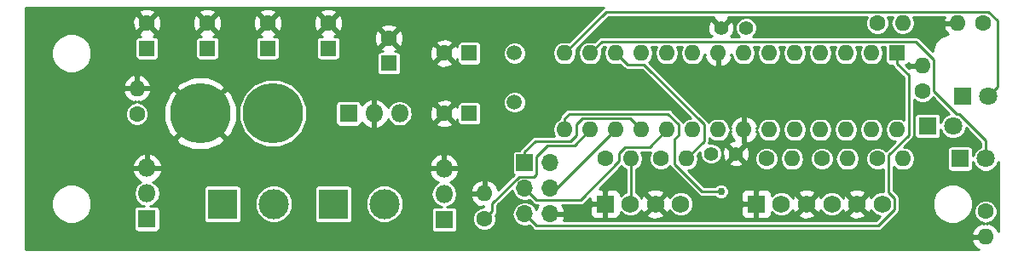
<source format=gbr>
G04 #@! TF.GenerationSoftware,KiCad,Pcbnew,(5.0.1-3-g963ef8bb5)*
G04 #@! TF.CreationDate,2019-03-04T20:59:00-06:00*
G04 #@! TF.ProjectId,SmartNerfBlaster,536D6172744E657266426C6173746572,v1*
G04 #@! TF.SameCoordinates,Original*
G04 #@! TF.FileFunction,Copper,L2,Bot,Signal*
G04 #@! TF.FilePolarity,Positive*
%FSLAX46Y46*%
G04 Gerber Fmt 4.6, Leading zero omitted, Abs format (unit mm)*
G04 Created by KiCad (PCBNEW (5.0.1-3-g963ef8bb5)) date Monday, March 04, 2019 at 08:59:00 PM*
%MOMM*%
%LPD*%
G01*
G04 APERTURE LIST*
G04 #@! TA.AperFunction,ComponentPad*
%ADD10C,1.600000*%
G04 #@! TD*
G04 #@! TA.AperFunction,ComponentPad*
%ADD11R,1.600000X1.600000*%
G04 #@! TD*
G04 #@! TA.AperFunction,ComponentPad*
%ADD12C,1.400000*%
G04 #@! TD*
G04 #@! TA.AperFunction,ComponentPad*
%ADD13C,6.000000*%
G04 #@! TD*
G04 #@! TA.AperFunction,ComponentPad*
%ADD14C,1.750000*%
G04 #@! TD*
G04 #@! TA.AperFunction,ComponentPad*
%ADD15R,1.750000X1.750000*%
G04 #@! TD*
G04 #@! TA.AperFunction,ComponentPad*
%ADD16C,3.000000*%
G04 #@! TD*
G04 #@! TA.AperFunction,ComponentPad*
%ADD17R,3.000000X3.000000*%
G04 #@! TD*
G04 #@! TA.AperFunction,ComponentPad*
%ADD18O,1.700000X1.700000*%
G04 #@! TD*
G04 #@! TA.AperFunction,ComponentPad*
%ADD19R,1.700000X1.700000*%
G04 #@! TD*
G04 #@! TA.AperFunction,ComponentPad*
%ADD20R,1.800000X1.800000*%
G04 #@! TD*
G04 #@! TA.AperFunction,ComponentPad*
%ADD21O,1.800000X1.800000*%
G04 #@! TD*
G04 #@! TA.AperFunction,ComponentPad*
%ADD22O,1.600000X1.600000*%
G04 #@! TD*
G04 #@! TA.AperFunction,ComponentPad*
%ADD23C,1.500000*%
G04 #@! TD*
G04 #@! TA.AperFunction,ComponentPad*
%ADD24C,1.800000*%
G04 #@! TD*
G04 #@! TA.AperFunction,ViaPad*
%ADD25C,0.762000*%
G04 #@! TD*
G04 #@! TA.AperFunction,Conductor*
%ADD26C,0.254000*%
G04 #@! TD*
G04 APERTURE END LIST*
D10*
G04 #@! TO.P,C1,2*
G04 #@! TO.N,GND*
X127500000Y-72000000D03*
D11*
G04 #@! TO.P,C1,1*
G04 #@! TO.N,+BATT*
X127500000Y-74500000D03*
G04 #@! TD*
G04 #@! TO.P,C2,1*
G04 #@! TO.N,+5V*
X151500000Y-76000000D03*
D10*
G04 #@! TO.P,C2,2*
G04 #@! TO.N,GND*
X151500000Y-73500000D03*
G04 #@! TD*
D12*
G04 #@! TO.P,C3,1*
G04 #@! TO.N,Net-(C3-Pad1)*
X183500000Y-85000000D03*
G04 #@! TO.P,C3,2*
G04 #@! TO.N,GND*
X186000000Y-85000000D03*
G04 #@! TD*
G04 #@! TO.P,C4,2*
G04 #@! TO.N,GND*
X184500000Y-72500000D03*
G04 #@! TO.P,C4,1*
G04 #@! TO.N,+5V*
X187000000Y-72500000D03*
G04 #@! TD*
D10*
G04 #@! TO.P,C5,2*
G04 #@! TO.N,GND*
X157000000Y-75000000D03*
D11*
G04 #@! TO.P,C5,1*
G04 #@! TO.N,Net-(C5-Pad1)*
X159500000Y-75000000D03*
G04 #@! TD*
G04 #@! TO.P,C6,1*
G04 #@! TO.N,Net-(C6-Pad1)*
X159500000Y-81000000D03*
D10*
G04 #@! TO.P,C6,2*
G04 #@! TO.N,GND*
X157000000Y-81000000D03*
G04 #@! TD*
G04 #@! TO.P,C7,2*
G04 #@! TO.N,GND*
X139500000Y-72000000D03*
D11*
G04 #@! TO.P,C7,1*
G04 #@! TO.N,+BATT*
X139500000Y-74500000D03*
G04 #@! TD*
G04 #@! TO.P,C8,1*
G04 #@! TO.N,+BATT*
X145500000Y-74500000D03*
D10*
G04 #@! TO.P,C8,2*
G04 #@! TO.N,GND*
X145500000Y-72000000D03*
G04 #@! TD*
G04 #@! TO.P,C9,2*
G04 #@! TO.N,GND*
X133500000Y-72000000D03*
D11*
G04 #@! TO.P,C9,1*
G04 #@! TO.N,+BATT*
X133500000Y-74500000D03*
G04 #@! TD*
D13*
G04 #@! TO.P,J1,1*
G04 #@! TO.N,+BATT*
X140000000Y-81000000D03*
G04 #@! TO.P,J1,2*
G04 #@! TO.N,GND*
X132800000Y-81000000D03*
G04 #@! TD*
D14*
G04 #@! TO.P,J2,6*
G04 #@! TO.N,/Pusher_Reset*
X200500000Y-90000000D03*
G04 #@! TO.P,J2,5*
G04 #@! TO.N,GND*
X198000000Y-90000000D03*
G04 #@! TO.P,J2,4*
G04 #@! TO.N,/Flywheel_Button*
X195500000Y-90000000D03*
G04 #@! TO.P,J2,3*
G04 #@! TO.N,GND*
X193000000Y-90000000D03*
G04 #@! TO.P,J2,2*
G04 #@! TO.N,/Trigger*
X190500000Y-90000000D03*
D15*
G04 #@! TO.P,J2,1*
G04 #@! TO.N,GND*
X188000000Y-90000000D03*
G04 #@! TD*
D14*
G04 #@! TO.P,J3,4*
G04 #@! TO.N,/Magazine*
X180500000Y-90000000D03*
G04 #@! TO.P,J3,3*
G04 #@! TO.N,GND*
X178000000Y-90000000D03*
G04 #@! TO.P,J3,2*
G04 #@! TO.N,/Door*
X175500000Y-90000000D03*
D15*
G04 #@! TO.P,J3,1*
G04 #@! TO.N,GND*
X173000000Y-90000000D03*
G04 #@! TD*
D16*
G04 #@! TO.P,J4,2*
G04 #@! TO.N,/Pusher_Power*
X151080000Y-90000000D03*
D17*
G04 #@! TO.P,J4,1*
G04 #@! TO.N,+BATT*
X146000000Y-90000000D03*
G04 #@! TD*
G04 #@! TO.P,J5,1*
G04 #@! TO.N,+BATT*
X135000000Y-90000000D03*
D16*
G04 #@! TO.P,J5,2*
G04 #@! TO.N,/Flywheel_Power*
X140080000Y-90000000D03*
G04 #@! TD*
D18*
G04 #@! TO.P,J6,6*
G04 #@! TO.N,GND*
X167540000Y-91000000D03*
G04 #@! TO.P,J6,5*
G04 #@! TO.N,/Reset*
X165000000Y-91000000D03*
G04 #@! TO.P,J6,4*
G04 #@! TO.N,/Flywheel*
X167540000Y-88460000D03*
G04 #@! TO.P,J6,3*
G04 #@! TO.N,Net-(J6-Pad3)*
X165000000Y-88460000D03*
G04 #@! TO.P,J6,2*
G04 #@! TO.N,+5V*
X167540000Y-85920000D03*
D19*
G04 #@! TO.P,J6,1*
G04 #@! TO.N,Net-(J6-Pad1)*
X165000000Y-85920000D03*
G04 #@! TD*
D20*
G04 #@! TO.P,Q1,1*
G04 #@! TO.N,/Pusher*
X157000000Y-91540000D03*
D21*
G04 #@! TO.P,Q1,2*
G04 #@! TO.N,/Pusher_Power*
X157000000Y-89000000D03*
G04 #@! TO.P,Q1,3*
G04 #@! TO.N,GND*
X157000000Y-86460000D03*
G04 #@! TD*
G04 #@! TO.P,Q2,3*
G04 #@! TO.N,GND*
X127500000Y-86420000D03*
G04 #@! TO.P,Q2,2*
G04 #@! TO.N,/Flywheel_Power*
X127500000Y-88960000D03*
D20*
G04 #@! TO.P,Q2,1*
G04 #@! TO.N,/Flywheel*
X127500000Y-91500000D03*
G04 #@! TD*
D22*
G04 #@! TO.P,R1,2*
G04 #@! TO.N,GND*
X161000000Y-88960000D03*
D10*
G04 #@! TO.P,R1,1*
G04 #@! TO.N,/Pusher*
X161000000Y-91500000D03*
G04 #@! TD*
G04 #@! TO.P,R2,1*
G04 #@! TO.N,/Flywheel*
X126500000Y-81040000D03*
D22*
G04 #@! TO.P,R2,2*
G04 #@! TO.N,GND*
X126500000Y-78500000D03*
G04 #@! TD*
D10*
G04 #@! TO.P,R3,1*
G04 #@! TO.N,+5V*
X200000000Y-72000000D03*
D22*
G04 #@! TO.P,R3,2*
G04 #@! TO.N,/Reset*
X202540000Y-72000000D03*
G04 #@! TD*
G04 #@! TO.P,R4,2*
G04 #@! TO.N,/Trigger*
X191540000Y-85500000D03*
D10*
G04 #@! TO.P,R4,1*
G04 #@! TO.N,+5V*
X189000000Y-85500000D03*
G04 #@! TD*
G04 #@! TO.P,R5,1*
G04 #@! TO.N,+5V*
X194500000Y-85500000D03*
D22*
G04 #@! TO.P,R5,2*
G04 #@! TO.N,/Flywheel_Button*
X197040000Y-85500000D03*
G04 #@! TD*
G04 #@! TO.P,R6,2*
G04 #@! TO.N,/Pusher_Reset*
X202540000Y-85500000D03*
D10*
G04 #@! TO.P,R6,1*
G04 #@! TO.N,+5V*
X200000000Y-85500000D03*
G04 #@! TD*
G04 #@! TO.P,R7,1*
G04 #@! TO.N,+5V*
X173000000Y-85500000D03*
D22*
G04 #@! TO.P,R7,2*
G04 #@! TO.N,/Door*
X175540000Y-85500000D03*
G04 #@! TD*
G04 #@! TO.P,R8,2*
G04 #@! TO.N,/Magazine*
X181040000Y-85500000D03*
D10*
G04 #@! TO.P,R8,1*
G04 #@! TO.N,+5V*
X178500000Y-85500000D03*
G04 #@! TD*
D21*
G04 #@! TO.P,U1,3*
G04 #@! TO.N,+5V*
X152580000Y-81000000D03*
G04 #@! TO.P,U1,2*
G04 #@! TO.N,GND*
X150040000Y-81000000D03*
D20*
G04 #@! TO.P,U1,1*
G04 #@! TO.N,+BATT*
X147500000Y-81000000D03*
G04 #@! TD*
D22*
G04 #@! TO.P,U2,28*
G04 #@! TO.N,Net-(U2-Pad28)*
X202000000Y-82620000D03*
G04 #@! TO.P,U2,14*
G04 #@! TO.N,/LED1*
X168980000Y-75000000D03*
G04 #@! TO.P,U2,27*
G04 #@! TO.N,Net-(U2-Pad27)*
X199460000Y-82620000D03*
G04 #@! TO.P,U2,13*
G04 #@! TO.N,/LED3*
X171520000Y-75000000D03*
G04 #@! TO.P,U2,26*
G04 #@! TO.N,Net-(U2-Pad26)*
X196920000Y-82620000D03*
G04 #@! TO.P,U2,12*
G04 #@! TO.N,/Magazine*
X174060000Y-75000000D03*
G04 #@! TO.P,U2,25*
G04 #@! TO.N,Net-(U2-Pad25)*
X194380000Y-82620000D03*
G04 #@! TO.P,U2,11*
G04 #@! TO.N,/Door*
X176600000Y-75000000D03*
G04 #@! TO.P,U2,24*
G04 #@! TO.N,Net-(U2-Pad24)*
X191840000Y-82620000D03*
G04 #@! TO.P,U2,10*
G04 #@! TO.N,Net-(C6-Pad1)*
X179140000Y-75000000D03*
G04 #@! TO.P,U2,23*
G04 #@! TO.N,Net-(U2-Pad23)*
X189300000Y-82620000D03*
G04 #@! TO.P,U2,9*
G04 #@! TO.N,Net-(C5-Pad1)*
X181680000Y-75000000D03*
G04 #@! TO.P,U2,22*
G04 #@! TO.N,GND*
X186760000Y-82620000D03*
G04 #@! TO.P,U2,8*
X184220000Y-75000000D03*
G04 #@! TO.P,U2,21*
G04 #@! TO.N,Net-(C3-Pad1)*
X184220000Y-82620000D03*
G04 #@! TO.P,U2,7*
G04 #@! TO.N,+5V*
X186760000Y-75000000D03*
G04 #@! TO.P,U2,20*
X181680000Y-82620000D03*
G04 #@! TO.P,U2,6*
G04 #@! TO.N,/Pusher_Reset*
X189300000Y-75000000D03*
G04 #@! TO.P,U2,19*
G04 #@! TO.N,Net-(J6-Pad3)*
X179140000Y-82620000D03*
G04 #@! TO.P,U2,5*
G04 #@! TO.N,/Flywheel_Button*
X191840000Y-75000000D03*
G04 #@! TO.P,U2,18*
G04 #@! TO.N,Net-(J6-Pad1)*
X176600000Y-82620000D03*
G04 #@! TO.P,U2,4*
G04 #@! TO.N,/Trigger*
X194380000Y-75000000D03*
G04 #@! TO.P,U2,17*
G04 #@! TO.N,/Flywheel*
X174060000Y-82620000D03*
G04 #@! TO.P,U2,3*
G04 #@! TO.N,Net-(U2-Pad3)*
X196920000Y-75000000D03*
G04 #@! TO.P,U2,16*
G04 #@! TO.N,/Pusher*
X171520000Y-82620000D03*
G04 #@! TO.P,U2,2*
G04 #@! TO.N,Net-(U2-Pad2)*
X199460000Y-75000000D03*
G04 #@! TO.P,U2,15*
G04 #@! TO.N,/LED2*
X168980000Y-82620000D03*
D11*
G04 #@! TO.P,U2,1*
G04 #@! TO.N,/Reset*
X202000000Y-75000000D03*
G04 #@! TD*
D23*
G04 #@! TO.P,Y1,2*
G04 #@! TO.N,Net-(C6-Pad1)*
X164000000Y-79880000D03*
G04 #@! TO.P,Y1,1*
G04 #@! TO.N,Net-(C5-Pad1)*
X164000000Y-75000000D03*
G04 #@! TD*
D24*
G04 #@! TO.P,D1,2*
G04 #@! TO.N,/LED1*
X211040000Y-79250000D03*
D20*
G04 #@! TO.P,D1,1*
G04 #@! TO.N,Net-(D1-Pad1)*
X208500000Y-79250000D03*
G04 #@! TD*
G04 #@! TO.P,D2,1*
G04 #@! TO.N,Net-(D2-Pad1)*
X205000000Y-82250000D03*
D24*
G04 #@! TO.P,D2,2*
G04 #@! TO.N,/LED2*
X207540000Y-82250000D03*
G04 #@! TD*
G04 #@! TO.P,D3,2*
G04 #@! TO.N,/LED3*
X210790000Y-85500000D03*
D20*
G04 #@! TO.P,D3,1*
G04 #@! TO.N,Net-(D3-Pad1)*
X208250000Y-85500000D03*
G04 #@! TD*
D10*
G04 #@! TO.P,R9,1*
G04 #@! TO.N,Net-(D1-Pad1)*
X210500000Y-72000000D03*
D22*
G04 #@! TO.P,R9,2*
G04 #@! TO.N,GND*
X207960000Y-72000000D03*
G04 #@! TD*
G04 #@! TO.P,R10,2*
G04 #@! TO.N,GND*
X204500000Y-76250000D03*
D10*
G04 #@! TO.P,R10,1*
G04 #@! TO.N,Net-(D2-Pad1)*
X204500000Y-78790000D03*
G04 #@! TD*
D22*
G04 #@! TO.P,R11,2*
G04 #@! TO.N,GND*
X210750000Y-93290000D03*
D10*
G04 #@! TO.P,R11,1*
G04 #@! TO.N,Net-(D3-Pad1)*
X210750000Y-90750000D03*
G04 #@! TD*
D25*
G04 #@! TO.N,/LED2*
X184500000Y-88750000D03*
G04 #@! TD*
D26*
G04 #@! TO.N,/Magazine*
X182807001Y-83732999D02*
X181040000Y-85500000D01*
X182807001Y-82079039D02*
X182807001Y-83732999D01*
X176854963Y-76127001D02*
X182807001Y-82079039D01*
X175187001Y-76127001D02*
X176854963Y-76127001D01*
X174060000Y-75000000D02*
X175187001Y-76127001D01*
G04 #@! TO.N,/Door*
X175540000Y-89960000D02*
X175500000Y-90000000D01*
X175540000Y-85500000D02*
X175540000Y-89960000D01*
G04 #@! TO.N,/Reset*
X203127001Y-77181001D02*
X202000000Y-76054000D01*
X203127001Y-83160961D02*
X203127001Y-77181001D01*
X201127001Y-85160961D02*
X203127001Y-83160961D01*
X201702001Y-89423039D02*
X201127001Y-88848039D01*
X202000000Y-76054000D02*
X202000000Y-75000000D01*
X201702001Y-90576961D02*
X201702001Y-89423039D01*
X201127001Y-88848039D02*
X201127001Y-85160961D01*
X166177001Y-92177001D02*
X200101961Y-92177001D01*
X200101961Y-92177001D02*
X201702001Y-90576961D01*
X165000000Y-91000000D02*
X166177001Y-92177001D01*
G04 #@! TO.N,/Flywheel*
X168220000Y-88460000D02*
X167540000Y-88460000D01*
X174060000Y-82620000D02*
X168220000Y-88460000D01*
G04 #@! TO.N,Net-(J6-Pad3)*
X166177001Y-89637001D02*
X165849999Y-89309999D01*
X170530961Y-89637001D02*
X166177001Y-89637001D01*
X174412999Y-85754963D02*
X170530961Y-89637001D01*
X174412999Y-84959039D02*
X174412999Y-85754963D01*
X174999039Y-84372999D02*
X174412999Y-84959039D01*
X165849999Y-89309999D02*
X165000000Y-88460000D01*
X177387001Y-84372999D02*
X174999039Y-84372999D01*
X179140000Y-82620000D02*
X177387001Y-84372999D01*
G04 #@! TO.N,Net-(J6-Pad1)*
X165000000Y-84816000D02*
X165000000Y-85920000D01*
X169520961Y-83747001D02*
X166068999Y-83747001D01*
X166068999Y-83747001D02*
X165000000Y-84816000D01*
X170107001Y-83160961D02*
X169520961Y-83747001D01*
X170107001Y-82079039D02*
X170107001Y-83160961D01*
X170693041Y-81492999D02*
X170107001Y-82079039D01*
X175472999Y-81492999D02*
X170693041Y-81492999D01*
X176600000Y-82620000D02*
X175472999Y-81492999D01*
G04 #@! TO.N,/Pusher*
X161799999Y-90700001D02*
X161000000Y-91500000D01*
X161799999Y-89918039D02*
X161799999Y-90700001D01*
X164435039Y-87282999D02*
X161799999Y-89918039D01*
X166177001Y-85322999D02*
X166177001Y-87031601D01*
X167298989Y-84201011D02*
X166177001Y-85322999D01*
X165925603Y-87282999D02*
X164435039Y-87282999D01*
X166177001Y-87031601D02*
X165925603Y-87282999D01*
X169938989Y-84201011D02*
X167298989Y-84201011D01*
X171520000Y-82620000D02*
X169938989Y-84201011D01*
G04 #@! TO.N,/LED1*
X211939999Y-78350001D02*
X211040000Y-79250000D01*
X211939999Y-71772037D02*
X211939999Y-78350001D01*
X211040961Y-70872999D02*
X211939999Y-71772037D01*
X173107001Y-70872999D02*
X211040961Y-70872999D01*
X168980000Y-75000000D02*
X173107001Y-70872999D01*
G04 #@! TO.N,/LED2*
X168980000Y-81488630D02*
X168980000Y-82620000D01*
X169429641Y-81038989D02*
X168980000Y-81488630D01*
X180267001Y-83160961D02*
X180267001Y-82079039D01*
X180267001Y-82079039D02*
X179226951Y-81038989D01*
X179912999Y-83514963D02*
X180267001Y-83160961D01*
X182622038Y-88750000D02*
X179912999Y-86040961D01*
X179226951Y-81038989D02*
X169429641Y-81038989D01*
X179912999Y-86040961D02*
X179912999Y-83514963D01*
X184500000Y-88750000D02*
X182622038Y-88750000D01*
G04 #@! TO.N,/LED3*
X205627001Y-75627001D02*
X205627001Y-78765603D01*
X203872999Y-73872999D02*
X205627001Y-75627001D01*
X172647001Y-73872999D02*
X203872999Y-73872999D01*
X171520000Y-75000000D02*
X172647001Y-73872999D01*
X210790000Y-84227208D02*
X210790000Y-85500000D01*
X210790000Y-83684038D02*
X210790000Y-84227208D01*
X208128961Y-81022999D02*
X210790000Y-83684038D01*
X207884397Y-81022999D02*
X208128961Y-81022999D01*
X205627001Y-78765603D02*
X207884397Y-81022999D01*
G04 #@! TD*
G04 #@! TO.N,GND*
G36*
X172783168Y-70478411D02*
X172783166Y-70478413D01*
X172740754Y-70506752D01*
X172712415Y-70549164D01*
X169385132Y-73876448D01*
X169096318Y-73819000D01*
X168863682Y-73819000D01*
X168519197Y-73887522D01*
X168128547Y-74148547D01*
X167867522Y-74539197D01*
X167775863Y-75000000D01*
X167867522Y-75460803D01*
X168128547Y-75851453D01*
X168519197Y-76112478D01*
X168863682Y-76181000D01*
X169096318Y-76181000D01*
X169440803Y-76112478D01*
X169831453Y-75851453D01*
X170092478Y-75460803D01*
X170184137Y-75000000D01*
X170103552Y-74594868D01*
X173317422Y-71380999D01*
X183792519Y-71380999D01*
X183744331Y-71564725D01*
X184500000Y-72320395D01*
X185255669Y-71564725D01*
X185207481Y-71380999D01*
X198978094Y-71380999D01*
X198819000Y-71765085D01*
X198819000Y-72234915D01*
X198998797Y-72668983D01*
X199331017Y-73001203D01*
X199765085Y-73181000D01*
X200234915Y-73181000D01*
X200668983Y-73001203D01*
X201001203Y-72668983D01*
X201181000Y-72234915D01*
X201181000Y-71765085D01*
X201021906Y-71380999D01*
X201533227Y-71380999D01*
X201427522Y-71539197D01*
X201335863Y-72000000D01*
X201427522Y-72460803D01*
X201688547Y-72851453D01*
X202079197Y-73112478D01*
X202423682Y-73181000D01*
X202656318Y-73181000D01*
X203000803Y-73112478D01*
X203391453Y-72851453D01*
X203652478Y-72460803D01*
X203744137Y-72000000D01*
X203652478Y-71539197D01*
X203546773Y-71380999D01*
X206679910Y-71380999D01*
X206568096Y-71650961D01*
X206690085Y-71873000D01*
X207833000Y-71873000D01*
X207833000Y-71853000D01*
X208087000Y-71853000D01*
X208087000Y-71873000D01*
X208107000Y-71873000D01*
X208107000Y-72127000D01*
X208087000Y-72127000D01*
X208087000Y-72147000D01*
X207833000Y-72147000D01*
X207833000Y-72127000D01*
X206690085Y-72127000D01*
X206568096Y-72349039D01*
X206728959Y-72737423D01*
X207017298Y-73055723D01*
X206377854Y-73320589D01*
X205820589Y-73877854D01*
X205519000Y-74605955D01*
X205519000Y-74800580D01*
X204267587Y-73549167D01*
X204239246Y-73506752D01*
X204071211Y-73394474D01*
X203923031Y-73364999D01*
X203923027Y-73364999D01*
X203872999Y-73355048D01*
X203822971Y-73364999D01*
X187663766Y-73364999D01*
X187916428Y-73112337D01*
X188081000Y-72715024D01*
X188081000Y-72284976D01*
X187916428Y-71887663D01*
X187612337Y-71583572D01*
X187215024Y-71419000D01*
X186784976Y-71419000D01*
X186387663Y-71583572D01*
X186083572Y-71887663D01*
X185919000Y-72284976D01*
X185919000Y-72715024D01*
X186083572Y-73112337D01*
X186336234Y-73364999D01*
X185544607Y-73364999D01*
X185435277Y-73255669D01*
X185671042Y-73193831D01*
X185847419Y-72692878D01*
X185818664Y-72162560D01*
X185671042Y-71806169D01*
X185435275Y-71744331D01*
X184679605Y-72500000D01*
X184693748Y-72514142D01*
X184514142Y-72693748D01*
X184500000Y-72679605D01*
X184485858Y-72693748D01*
X184306252Y-72514142D01*
X184320395Y-72500000D01*
X183564725Y-71744331D01*
X183328958Y-71806169D01*
X183152581Y-72307122D01*
X183181336Y-72837440D01*
X183328958Y-73193831D01*
X183564723Y-73255669D01*
X183455393Y-73364999D01*
X172697028Y-73364999D01*
X172647000Y-73355048D01*
X172596972Y-73364999D01*
X172596969Y-73364999D01*
X172461659Y-73391914D01*
X172448789Y-73394474D01*
X172323168Y-73478411D01*
X172323166Y-73478413D01*
X172280754Y-73506752D01*
X172252415Y-73549164D01*
X171925131Y-73876448D01*
X171636318Y-73819000D01*
X171403682Y-73819000D01*
X171059197Y-73887522D01*
X170668547Y-74148547D01*
X170407522Y-74539197D01*
X170315863Y-75000000D01*
X170407522Y-75460803D01*
X170668547Y-75851453D01*
X171059197Y-76112478D01*
X171403682Y-76181000D01*
X171636318Y-76181000D01*
X171980803Y-76112478D01*
X172371453Y-75851453D01*
X172632478Y-75460803D01*
X172724137Y-75000000D01*
X172643552Y-74594869D01*
X172857422Y-74380999D01*
X173053227Y-74380999D01*
X172947522Y-74539197D01*
X172855863Y-75000000D01*
X172947522Y-75460803D01*
X173208547Y-75851453D01*
X173599197Y-76112478D01*
X173943682Y-76181000D01*
X174176318Y-76181000D01*
X174465131Y-76123552D01*
X174792415Y-76450836D01*
X174820754Y-76493248D01*
X174863166Y-76521587D01*
X174863168Y-76521589D01*
X174988789Y-76605526D01*
X175136969Y-76635001D01*
X175136972Y-76635001D01*
X175187000Y-76644952D01*
X175237028Y-76635001D01*
X176644543Y-76635001D01*
X181467644Y-81458103D01*
X181219197Y-81507522D01*
X180828547Y-81768547D01*
X180747361Y-81890050D01*
X180745526Y-81880827D01*
X180689125Y-81796417D01*
X180661589Y-81755206D01*
X180661587Y-81755204D01*
X180633248Y-81712792D01*
X180590836Y-81684453D01*
X179621539Y-80715157D01*
X179593198Y-80672742D01*
X179425163Y-80560464D01*
X179276983Y-80530989D01*
X179276979Y-80530989D01*
X179226951Y-80521038D01*
X179176923Y-80530989D01*
X169479668Y-80530989D01*
X169429640Y-80521038D01*
X169379612Y-80530989D01*
X169379609Y-80530989D01*
X169231429Y-80560464D01*
X169063394Y-80672742D01*
X169035053Y-80715157D01*
X168656168Y-81094042D01*
X168613753Y-81122383D01*
X168585413Y-81164797D01*
X168585412Y-81164798D01*
X168560995Y-81201341D01*
X168501475Y-81290419D01*
X168472000Y-81438599D01*
X168472000Y-81438602D01*
X168462049Y-81488630D01*
X168472000Y-81538658D01*
X168472000Y-81539058D01*
X168128547Y-81768547D01*
X167867522Y-82159197D01*
X167775863Y-82620000D01*
X167867522Y-83080803D01*
X167973227Y-83239001D01*
X166119027Y-83239001D01*
X166068999Y-83229050D01*
X166018971Y-83239001D01*
X166018967Y-83239001D01*
X165870787Y-83268476D01*
X165745166Y-83352413D01*
X165745164Y-83352415D01*
X165702752Y-83380754D01*
X165674413Y-83423166D01*
X164676168Y-84421412D01*
X164633753Y-84449753D01*
X164521475Y-84617789D01*
X164508795Y-84681536D01*
X164150000Y-84681536D01*
X164001341Y-84711106D01*
X163875314Y-84795314D01*
X163791106Y-84921341D01*
X163761536Y-85070000D01*
X163761536Y-86770000D01*
X163791106Y-86918659D01*
X163875314Y-87044686D01*
X163923042Y-87076576D01*
X162390868Y-88608750D01*
X162152389Y-88104866D01*
X161737423Y-87728959D01*
X161349039Y-87568096D01*
X161127000Y-87690085D01*
X161127000Y-88833000D01*
X161147000Y-88833000D01*
X161147000Y-89087000D01*
X161127000Y-89087000D01*
X161127000Y-89107000D01*
X160873000Y-89107000D01*
X160873000Y-89087000D01*
X159729371Y-89087000D01*
X159608086Y-89309041D01*
X159847611Y-89815134D01*
X160262577Y-90191041D01*
X160650961Y-90351904D01*
X160872998Y-90229916D01*
X160872998Y-90319000D01*
X160765085Y-90319000D01*
X160331017Y-90498797D01*
X159998797Y-90831017D01*
X159819000Y-91265085D01*
X159819000Y-91734915D01*
X159998797Y-92168983D01*
X160331017Y-92501203D01*
X160765085Y-92681000D01*
X161234915Y-92681000D01*
X161668983Y-92501203D01*
X162001203Y-92168983D01*
X162181000Y-91734915D01*
X162181000Y-91265085D01*
X162114318Y-91104102D01*
X162123831Y-91094589D01*
X162166246Y-91066248D01*
X162278524Y-90898213D01*
X162307999Y-90750033D01*
X162307999Y-90750030D01*
X162317950Y-90700002D01*
X162307999Y-90649974D01*
X162307999Y-90128459D01*
X163783305Y-88653153D01*
X163840424Y-88940312D01*
X164112499Y-89347501D01*
X164519688Y-89619576D01*
X164878761Y-89691000D01*
X165121239Y-89691000D01*
X165447652Y-89626073D01*
X165782415Y-89960836D01*
X165810754Y-90003248D01*
X165853166Y-90031587D01*
X165853168Y-90031589D01*
X165894207Y-90059010D01*
X165978789Y-90115526D01*
X166126969Y-90145001D01*
X166126973Y-90145001D01*
X166177001Y-90154952D01*
X166227029Y-90145001D01*
X166348621Y-90145001D01*
X166268355Y-90233076D01*
X166153445Y-90510512D01*
X165887501Y-90112499D01*
X165480312Y-89840424D01*
X165121239Y-89769000D01*
X164878761Y-89769000D01*
X164519688Y-89840424D01*
X164112499Y-90112499D01*
X163840424Y-90519688D01*
X163744884Y-91000000D01*
X163840424Y-91480312D01*
X164112499Y-91887501D01*
X164519688Y-92159576D01*
X164878761Y-92231000D01*
X165121239Y-92231000D01*
X165447652Y-92166073D01*
X165782415Y-92500836D01*
X165810754Y-92543248D01*
X165853166Y-92571587D01*
X165853168Y-92571589D01*
X165978789Y-92655526D01*
X166126969Y-92685001D01*
X166126973Y-92685001D01*
X166177001Y-92694952D01*
X166227029Y-92685001D01*
X200051933Y-92685001D01*
X200101961Y-92694952D01*
X200151989Y-92685001D01*
X200151993Y-92685001D01*
X200300173Y-92655526D01*
X200468208Y-92543248D01*
X200496549Y-92500833D01*
X202025837Y-90971546D01*
X202068248Y-90943208D01*
X202096587Y-90900796D01*
X202096589Y-90900794D01*
X202180526Y-90775173D01*
X202193198Y-90711467D01*
X202210001Y-90626993D01*
X202210001Y-90626990D01*
X202219952Y-90576962D01*
X202210001Y-90526934D01*
X202210001Y-89605955D01*
X205519000Y-89605955D01*
X205519000Y-90394045D01*
X205820589Y-91122146D01*
X206377854Y-91679411D01*
X207105955Y-91981000D01*
X207894045Y-91981000D01*
X208622146Y-91679411D01*
X209179411Y-91122146D01*
X209481000Y-90394045D01*
X209481000Y-89605955D01*
X209179411Y-88877854D01*
X208622146Y-88320589D01*
X207894045Y-88019000D01*
X207105955Y-88019000D01*
X206377854Y-88320589D01*
X205820589Y-88877854D01*
X205519000Y-89605955D01*
X202210001Y-89605955D01*
X202210001Y-89473067D01*
X202219952Y-89423039D01*
X202210001Y-89373011D01*
X202210001Y-89373007D01*
X202180526Y-89224827D01*
X202145142Y-89171871D01*
X202096589Y-89099206D01*
X202096587Y-89099204D01*
X202068248Y-89056792D01*
X202025836Y-89028453D01*
X201635001Y-88637619D01*
X201635001Y-86271316D01*
X201688547Y-86351453D01*
X202079197Y-86612478D01*
X202423682Y-86681000D01*
X202656318Y-86681000D01*
X203000803Y-86612478D01*
X203391453Y-86351453D01*
X203652478Y-85960803D01*
X203744137Y-85500000D01*
X203652478Y-85039197D01*
X203391453Y-84648547D01*
X203000803Y-84387522D01*
X202682229Y-84324154D01*
X203450837Y-83555546D01*
X203493248Y-83527208D01*
X203521587Y-83484796D01*
X203521589Y-83484794D01*
X203605526Y-83359173D01*
X203617563Y-83298659D01*
X203635001Y-83210993D01*
X203635001Y-83210990D01*
X203644952Y-83160962D01*
X203635001Y-83110934D01*
X203635001Y-79595187D01*
X203831017Y-79791203D01*
X204265085Y-79971000D01*
X204734915Y-79971000D01*
X205168983Y-79791203D01*
X205501203Y-79458983D01*
X205530714Y-79387736D01*
X207162711Y-81019734D01*
X206814372Y-81164021D01*
X206454021Y-81524372D01*
X206288464Y-81924061D01*
X206288464Y-81350000D01*
X206258894Y-81201341D01*
X206174686Y-81075314D01*
X206048659Y-80991106D01*
X205900000Y-80961536D01*
X204100000Y-80961536D01*
X203951341Y-80991106D01*
X203825314Y-81075314D01*
X203741106Y-81201341D01*
X203711536Y-81350000D01*
X203711536Y-83150000D01*
X203741106Y-83298659D01*
X203825314Y-83424686D01*
X203951341Y-83508894D01*
X204100000Y-83538464D01*
X205900000Y-83538464D01*
X206048659Y-83508894D01*
X206174686Y-83424686D01*
X206258894Y-83298659D01*
X206288464Y-83150000D01*
X206288464Y-82575939D01*
X206454021Y-82975628D01*
X206814372Y-83335979D01*
X207285193Y-83531000D01*
X207794807Y-83531000D01*
X208265628Y-83335979D01*
X208625979Y-82975628D01*
X208821000Y-82504807D01*
X208821000Y-82433458D01*
X210282000Y-83894458D01*
X210282001Y-84177173D01*
X210282000Y-84177177D01*
X210282000Y-84323876D01*
X210064372Y-84414021D01*
X209704021Y-84774372D01*
X209538464Y-85174061D01*
X209538464Y-84600000D01*
X209508894Y-84451341D01*
X209424686Y-84325314D01*
X209298659Y-84241106D01*
X209150000Y-84211536D01*
X207350000Y-84211536D01*
X207201341Y-84241106D01*
X207075314Y-84325314D01*
X206991106Y-84451341D01*
X206961536Y-84600000D01*
X206961536Y-86400000D01*
X206991106Y-86548659D01*
X207075314Y-86674686D01*
X207201341Y-86758894D01*
X207350000Y-86788464D01*
X209150000Y-86788464D01*
X209298659Y-86758894D01*
X209424686Y-86674686D01*
X209508894Y-86548659D01*
X209538464Y-86400000D01*
X209538464Y-85825939D01*
X209704021Y-86225628D01*
X210064372Y-86585979D01*
X210535193Y-86781000D01*
X211044807Y-86781000D01*
X211515628Y-86585979D01*
X211875979Y-86225628D01*
X212044000Y-85819990D01*
X212044000Y-92734076D01*
X211902389Y-92434866D01*
X211487423Y-92058959D01*
X211099039Y-91898096D01*
X210877002Y-92020084D01*
X210877002Y-91931000D01*
X210984915Y-91931000D01*
X211418983Y-91751203D01*
X211751203Y-91418983D01*
X211931000Y-90984915D01*
X211931000Y-90515085D01*
X211751203Y-90081017D01*
X211418983Y-89748797D01*
X210984915Y-89569000D01*
X210515085Y-89569000D01*
X210081017Y-89748797D01*
X209748797Y-90081017D01*
X209569000Y-90515085D01*
X209569000Y-90984915D01*
X209748797Y-91418983D01*
X210081017Y-91751203D01*
X210515085Y-91931000D01*
X210622998Y-91931000D01*
X210622998Y-92020084D01*
X210400961Y-91898096D01*
X210012577Y-92058959D01*
X209597611Y-92434866D01*
X209358086Y-92940959D01*
X209479371Y-93163000D01*
X210623000Y-93163000D01*
X210623000Y-93143000D01*
X210877000Y-93143000D01*
X210877000Y-93163000D01*
X210897000Y-93163000D01*
X210897000Y-93417000D01*
X210877000Y-93417000D01*
X210877000Y-93437000D01*
X210623000Y-93437000D01*
X210623000Y-93417000D01*
X209479371Y-93417000D01*
X209358086Y-93639041D01*
X209597611Y-94145134D01*
X210012577Y-94521041D01*
X210068009Y-94544000D01*
X115456000Y-94544000D01*
X115456000Y-89605955D01*
X118019000Y-89605955D01*
X118019000Y-90394045D01*
X118320589Y-91122146D01*
X118877854Y-91679411D01*
X119605955Y-91981000D01*
X120394045Y-91981000D01*
X121122146Y-91679411D01*
X121679411Y-91122146D01*
X121981000Y-90394045D01*
X121981000Y-89605955D01*
X121679411Y-88877854D01*
X121122146Y-88320589D01*
X120394045Y-88019000D01*
X119605955Y-88019000D01*
X118877854Y-88320589D01*
X118320589Y-88877854D01*
X118019000Y-89605955D01*
X115456000Y-89605955D01*
X115456000Y-86784742D01*
X126008954Y-86784742D01*
X126262034Y-87327576D01*
X126703583Y-87732240D01*
X126906161Y-87816146D01*
X126576451Y-88036451D01*
X126293325Y-88460179D01*
X126193904Y-88960000D01*
X126293325Y-89459821D01*
X126576451Y-89883549D01*
X127000179Y-90166675D01*
X127225709Y-90211536D01*
X126600000Y-90211536D01*
X126451341Y-90241106D01*
X126325314Y-90325314D01*
X126241106Y-90451341D01*
X126211536Y-90600000D01*
X126211536Y-92400000D01*
X126241106Y-92548659D01*
X126325314Y-92674686D01*
X126451341Y-92758894D01*
X126600000Y-92788464D01*
X128400000Y-92788464D01*
X128548659Y-92758894D01*
X128674686Y-92674686D01*
X128758894Y-92548659D01*
X128788464Y-92400000D01*
X128788464Y-90600000D01*
X128758894Y-90451341D01*
X128674686Y-90325314D01*
X128548659Y-90241106D01*
X128400000Y-90211536D01*
X127774291Y-90211536D01*
X127999821Y-90166675D01*
X128423549Y-89883549D01*
X128706675Y-89459821D01*
X128806096Y-88960000D01*
X128714596Y-88500000D01*
X133111536Y-88500000D01*
X133111536Y-91500000D01*
X133141106Y-91648659D01*
X133225314Y-91774686D01*
X133351341Y-91858894D01*
X133500000Y-91888464D01*
X136500000Y-91888464D01*
X136648659Y-91858894D01*
X136774686Y-91774686D01*
X136858894Y-91648659D01*
X136888464Y-91500000D01*
X136888464Y-89625846D01*
X138199000Y-89625846D01*
X138199000Y-90374154D01*
X138485365Y-91065501D01*
X139014499Y-91594635D01*
X139705846Y-91881000D01*
X140454154Y-91881000D01*
X141145501Y-91594635D01*
X141674635Y-91065501D01*
X141961000Y-90374154D01*
X141961000Y-89625846D01*
X141674635Y-88934499D01*
X141240136Y-88500000D01*
X144111536Y-88500000D01*
X144111536Y-91500000D01*
X144141106Y-91648659D01*
X144225314Y-91774686D01*
X144351341Y-91858894D01*
X144500000Y-91888464D01*
X147500000Y-91888464D01*
X147648659Y-91858894D01*
X147774686Y-91774686D01*
X147858894Y-91648659D01*
X147888464Y-91500000D01*
X147888464Y-89625846D01*
X149199000Y-89625846D01*
X149199000Y-90374154D01*
X149485365Y-91065501D01*
X150014499Y-91594635D01*
X150705846Y-91881000D01*
X151454154Y-91881000D01*
X152145501Y-91594635D01*
X152674635Y-91065501D01*
X152961000Y-90374154D01*
X152961000Y-89625846D01*
X152674635Y-88934499D01*
X152145501Y-88405365D01*
X151454154Y-88119000D01*
X150705846Y-88119000D01*
X150014499Y-88405365D01*
X149485365Y-88934499D01*
X149199000Y-89625846D01*
X147888464Y-89625846D01*
X147888464Y-88500000D01*
X147858894Y-88351341D01*
X147774686Y-88225314D01*
X147648659Y-88141106D01*
X147500000Y-88111536D01*
X144500000Y-88111536D01*
X144351341Y-88141106D01*
X144225314Y-88225314D01*
X144141106Y-88351341D01*
X144111536Y-88500000D01*
X141240136Y-88500000D01*
X141145501Y-88405365D01*
X140454154Y-88119000D01*
X139705846Y-88119000D01*
X139014499Y-88405365D01*
X138485365Y-88934499D01*
X138199000Y-89625846D01*
X136888464Y-89625846D01*
X136888464Y-88500000D01*
X136858894Y-88351341D01*
X136774686Y-88225314D01*
X136648659Y-88141106D01*
X136500000Y-88111536D01*
X133500000Y-88111536D01*
X133351341Y-88141106D01*
X133225314Y-88225314D01*
X133141106Y-88351341D01*
X133111536Y-88500000D01*
X128714596Y-88500000D01*
X128706675Y-88460179D01*
X128423549Y-88036451D01*
X128093839Y-87816146D01*
X128296417Y-87732240D01*
X128737966Y-87327576D01*
X128972397Y-86824742D01*
X155508954Y-86824742D01*
X155762034Y-87367576D01*
X156203583Y-87772240D01*
X156406161Y-87856146D01*
X156076451Y-88076451D01*
X155793325Y-88500179D01*
X155693904Y-89000000D01*
X155793325Y-89499821D01*
X156076451Y-89923549D01*
X156500179Y-90206675D01*
X156725709Y-90251536D01*
X156100000Y-90251536D01*
X155951341Y-90281106D01*
X155825314Y-90365314D01*
X155741106Y-90491341D01*
X155711536Y-90640000D01*
X155711536Y-92440000D01*
X155741106Y-92588659D01*
X155825314Y-92714686D01*
X155951341Y-92798894D01*
X156100000Y-92828464D01*
X157900000Y-92828464D01*
X158048659Y-92798894D01*
X158174686Y-92714686D01*
X158258894Y-92588659D01*
X158288464Y-92440000D01*
X158288464Y-90640000D01*
X158258894Y-90491341D01*
X158174686Y-90365314D01*
X158048659Y-90281106D01*
X157900000Y-90251536D01*
X157274291Y-90251536D01*
X157499821Y-90206675D01*
X157923549Y-89923549D01*
X158206675Y-89499821D01*
X158306096Y-89000000D01*
X158228711Y-88610959D01*
X159608086Y-88610959D01*
X159729371Y-88833000D01*
X160873000Y-88833000D01*
X160873000Y-87690085D01*
X160650961Y-87568096D01*
X160262577Y-87728959D01*
X159847611Y-88104866D01*
X159608086Y-88610959D01*
X158228711Y-88610959D01*
X158206675Y-88500179D01*
X157923549Y-88076451D01*
X157593839Y-87856146D01*
X157796417Y-87772240D01*
X158237966Y-87367576D01*
X158491046Y-86824742D01*
X158370997Y-86587000D01*
X157127000Y-86587000D01*
X157127000Y-86607000D01*
X156873000Y-86607000D01*
X156873000Y-86587000D01*
X155629003Y-86587000D01*
X155508954Y-86824742D01*
X128972397Y-86824742D01*
X128991046Y-86784742D01*
X128870997Y-86547000D01*
X127627000Y-86547000D01*
X127627000Y-86567000D01*
X127373000Y-86567000D01*
X127373000Y-86547000D01*
X126129003Y-86547000D01*
X126008954Y-86784742D01*
X115456000Y-86784742D01*
X115456000Y-86055258D01*
X126008954Y-86055258D01*
X126129003Y-86293000D01*
X127373000Y-86293000D01*
X127373000Y-85049622D01*
X127627000Y-85049622D01*
X127627000Y-86293000D01*
X128870997Y-86293000D01*
X128970847Y-86095258D01*
X155508954Y-86095258D01*
X155629003Y-86333000D01*
X156873000Y-86333000D01*
X156873000Y-85089622D01*
X157127000Y-85089622D01*
X157127000Y-86333000D01*
X158370997Y-86333000D01*
X158491046Y-86095258D01*
X158237966Y-85552424D01*
X157796417Y-85147760D01*
X157364740Y-84968964D01*
X157127000Y-85089622D01*
X156873000Y-85089622D01*
X156635260Y-84968964D01*
X156203583Y-85147760D01*
X155762034Y-85552424D01*
X155508954Y-86095258D01*
X128970847Y-86095258D01*
X128991046Y-86055258D01*
X128737966Y-85512424D01*
X128296417Y-85107760D01*
X127864740Y-84928964D01*
X127627000Y-85049622D01*
X127373000Y-85049622D01*
X127135260Y-84928964D01*
X126703583Y-85107760D01*
X126262034Y-85512424D01*
X126008954Y-86055258D01*
X115456000Y-86055258D01*
X115456000Y-83596630D01*
X130382975Y-83596630D01*
X130725566Y-84071277D01*
X132058800Y-84631342D01*
X133504875Y-84638568D01*
X134843639Y-84091854D01*
X134874434Y-84071277D01*
X135217025Y-83596630D01*
X132800000Y-81179605D01*
X130382975Y-83596630D01*
X115456000Y-83596630D01*
X115456000Y-78849041D01*
X125108086Y-78849041D01*
X125347611Y-79355134D01*
X125762577Y-79731041D01*
X126150961Y-79891904D01*
X126372998Y-79769916D01*
X126372998Y-79859000D01*
X126265085Y-79859000D01*
X125831017Y-80038797D01*
X125498797Y-80371017D01*
X125319000Y-80805085D01*
X125319000Y-81274915D01*
X125498797Y-81708983D01*
X125831017Y-82041203D01*
X126265085Y-82221000D01*
X126734915Y-82221000D01*
X127168983Y-82041203D01*
X127501203Y-81708983D01*
X127502904Y-81704875D01*
X129161432Y-81704875D01*
X129708146Y-83043639D01*
X129728723Y-83074434D01*
X130203370Y-83417025D01*
X132620395Y-81000000D01*
X132979605Y-81000000D01*
X135396630Y-83417025D01*
X135871277Y-83074434D01*
X136431342Y-81741200D01*
X136438406Y-80327477D01*
X136619000Y-80327477D01*
X136619000Y-81672523D01*
X137133726Y-82915183D01*
X138084817Y-83866274D01*
X139327477Y-84381000D01*
X140672523Y-84381000D01*
X141915183Y-83866274D01*
X142866274Y-82915183D01*
X143381000Y-81672523D01*
X143381000Y-80327477D01*
X143286777Y-80100000D01*
X146211536Y-80100000D01*
X146211536Y-81900000D01*
X146241106Y-82048659D01*
X146325314Y-82174686D01*
X146451341Y-82258894D01*
X146600000Y-82288464D01*
X148400000Y-82288464D01*
X148548659Y-82258894D01*
X148674686Y-82174686D01*
X148758894Y-82048659D01*
X148788464Y-81900000D01*
X148788464Y-81862654D01*
X149132424Y-82237966D01*
X149675258Y-82491046D01*
X149913000Y-82370997D01*
X149913000Y-81127000D01*
X149893000Y-81127000D01*
X149893000Y-80873000D01*
X149913000Y-80873000D01*
X149913000Y-79629003D01*
X150167000Y-79629003D01*
X150167000Y-80873000D01*
X150187000Y-80873000D01*
X150187000Y-81127000D01*
X150167000Y-81127000D01*
X150167000Y-82370997D01*
X150404742Y-82491046D01*
X150947576Y-82237966D01*
X151352240Y-81796417D01*
X151436146Y-81593839D01*
X151656451Y-81923549D01*
X152080179Y-82206675D01*
X152453834Y-82281000D01*
X152706166Y-82281000D01*
X153079821Y-82206675D01*
X153377540Y-82007745D01*
X156171861Y-82007745D01*
X156245995Y-82253864D01*
X156783223Y-82446965D01*
X157353454Y-82419778D01*
X157754005Y-82253864D01*
X157828139Y-82007745D01*
X157000000Y-81179605D01*
X156171861Y-82007745D01*
X153377540Y-82007745D01*
X153503549Y-81923549D01*
X153786675Y-81499821D01*
X153886096Y-81000000D01*
X153842977Y-80783223D01*
X155553035Y-80783223D01*
X155580222Y-81353454D01*
X155746136Y-81754005D01*
X155992255Y-81828139D01*
X156820395Y-81000000D01*
X157179605Y-81000000D01*
X158007745Y-81828139D01*
X158253864Y-81754005D01*
X158311536Y-81593555D01*
X158311536Y-81800000D01*
X158341106Y-81948659D01*
X158425314Y-82074686D01*
X158551341Y-82158894D01*
X158700000Y-82188464D01*
X160300000Y-82188464D01*
X160448659Y-82158894D01*
X160574686Y-82074686D01*
X160658894Y-81948659D01*
X160688464Y-81800000D01*
X160688464Y-80200000D01*
X160658894Y-80051341D01*
X160574686Y-79925314D01*
X160448659Y-79841106D01*
X160300000Y-79811536D01*
X158700000Y-79811536D01*
X158551341Y-79841106D01*
X158425314Y-79925314D01*
X158341106Y-80051341D01*
X158311536Y-80200000D01*
X158311536Y-80385227D01*
X158253864Y-80245995D01*
X158007745Y-80171861D01*
X157179605Y-81000000D01*
X156820395Y-81000000D01*
X155992255Y-80171861D01*
X155746136Y-80245995D01*
X155553035Y-80783223D01*
X153842977Y-80783223D01*
X153786675Y-80500179D01*
X153503549Y-80076451D01*
X153377541Y-79992255D01*
X156171861Y-79992255D01*
X157000000Y-80820395D01*
X157828139Y-79992255D01*
X157754005Y-79746136D01*
X157500539Y-79655030D01*
X162869000Y-79655030D01*
X162869000Y-80104970D01*
X163041184Y-80520660D01*
X163359340Y-80838816D01*
X163775030Y-81011000D01*
X164224970Y-81011000D01*
X164640660Y-80838816D01*
X164958816Y-80520660D01*
X165131000Y-80104970D01*
X165131000Y-79655030D01*
X164958816Y-79239340D01*
X164640660Y-78921184D01*
X164224970Y-78749000D01*
X163775030Y-78749000D01*
X163359340Y-78921184D01*
X163041184Y-79239340D01*
X162869000Y-79655030D01*
X157500539Y-79655030D01*
X157216777Y-79553035D01*
X156646546Y-79580222D01*
X156245995Y-79746136D01*
X156171861Y-79992255D01*
X153377541Y-79992255D01*
X153079821Y-79793325D01*
X152706166Y-79719000D01*
X152453834Y-79719000D01*
X152080179Y-79793325D01*
X151656451Y-80076451D01*
X151436146Y-80406161D01*
X151352240Y-80203583D01*
X150947576Y-79762034D01*
X150404742Y-79508954D01*
X150167000Y-79629003D01*
X149913000Y-79629003D01*
X149675258Y-79508954D01*
X149132424Y-79762034D01*
X148788464Y-80137346D01*
X148788464Y-80100000D01*
X148758894Y-79951341D01*
X148674686Y-79825314D01*
X148548659Y-79741106D01*
X148400000Y-79711536D01*
X146600000Y-79711536D01*
X146451341Y-79741106D01*
X146325314Y-79825314D01*
X146241106Y-79951341D01*
X146211536Y-80100000D01*
X143286777Y-80100000D01*
X142866274Y-79084817D01*
X141915183Y-78133726D01*
X140672523Y-77619000D01*
X139327477Y-77619000D01*
X138084817Y-78133726D01*
X137133726Y-79084817D01*
X136619000Y-80327477D01*
X136438406Y-80327477D01*
X136438568Y-80295125D01*
X135891854Y-78956361D01*
X135871277Y-78925566D01*
X135396630Y-78582975D01*
X132979605Y-81000000D01*
X132620395Y-81000000D01*
X130203370Y-78582975D01*
X129728723Y-78925566D01*
X129168658Y-80258800D01*
X129161432Y-81704875D01*
X127502904Y-81704875D01*
X127681000Y-81274915D01*
X127681000Y-80805085D01*
X127501203Y-80371017D01*
X127168983Y-80038797D01*
X126734915Y-79859000D01*
X126627002Y-79859000D01*
X126627002Y-79769916D01*
X126849039Y-79891904D01*
X127237423Y-79731041D01*
X127652389Y-79355134D01*
X127891914Y-78849041D01*
X127770629Y-78627000D01*
X126627000Y-78627000D01*
X126627000Y-78647000D01*
X126373000Y-78647000D01*
X126373000Y-78627000D01*
X125229371Y-78627000D01*
X125108086Y-78849041D01*
X115456000Y-78849041D01*
X115456000Y-78403370D01*
X130382975Y-78403370D01*
X132800000Y-80820395D01*
X135217025Y-78403370D01*
X134874434Y-77928723D01*
X133541200Y-77368658D01*
X132095125Y-77361432D01*
X130756361Y-77908146D01*
X130725566Y-77928723D01*
X130382975Y-78403370D01*
X115456000Y-78403370D01*
X115456000Y-78150959D01*
X125108086Y-78150959D01*
X125229371Y-78373000D01*
X126373000Y-78373000D01*
X126373000Y-77230085D01*
X126627000Y-77230085D01*
X126627000Y-78373000D01*
X127770629Y-78373000D01*
X127891914Y-78150959D01*
X127652389Y-77644866D01*
X127237423Y-77268959D01*
X126849039Y-77108096D01*
X126627000Y-77230085D01*
X126373000Y-77230085D01*
X126150961Y-77108096D01*
X125762577Y-77268959D01*
X125347611Y-77644866D01*
X125108086Y-78150959D01*
X115456000Y-78150959D01*
X115456000Y-74605955D01*
X118019000Y-74605955D01*
X118019000Y-75394045D01*
X118320589Y-76122146D01*
X118877854Y-76679411D01*
X119605955Y-76981000D01*
X120394045Y-76981000D01*
X121122146Y-76679411D01*
X121679411Y-76122146D01*
X121981000Y-75394045D01*
X121981000Y-74605955D01*
X121679411Y-73877854D01*
X121501557Y-73700000D01*
X126311536Y-73700000D01*
X126311536Y-75300000D01*
X126341106Y-75448659D01*
X126425314Y-75574686D01*
X126551341Y-75658894D01*
X126700000Y-75688464D01*
X128300000Y-75688464D01*
X128448659Y-75658894D01*
X128574686Y-75574686D01*
X128658894Y-75448659D01*
X128688464Y-75300000D01*
X128688464Y-73700000D01*
X132311536Y-73700000D01*
X132311536Y-75300000D01*
X132341106Y-75448659D01*
X132425314Y-75574686D01*
X132551341Y-75658894D01*
X132700000Y-75688464D01*
X134300000Y-75688464D01*
X134448659Y-75658894D01*
X134574686Y-75574686D01*
X134658894Y-75448659D01*
X134688464Y-75300000D01*
X134688464Y-73700000D01*
X138311536Y-73700000D01*
X138311536Y-75300000D01*
X138341106Y-75448659D01*
X138425314Y-75574686D01*
X138551341Y-75658894D01*
X138700000Y-75688464D01*
X140300000Y-75688464D01*
X140448659Y-75658894D01*
X140574686Y-75574686D01*
X140658894Y-75448659D01*
X140688464Y-75300000D01*
X140688464Y-73700000D01*
X144311536Y-73700000D01*
X144311536Y-75300000D01*
X144341106Y-75448659D01*
X144425314Y-75574686D01*
X144551341Y-75658894D01*
X144700000Y-75688464D01*
X146300000Y-75688464D01*
X146448659Y-75658894D01*
X146574686Y-75574686D01*
X146658894Y-75448659D01*
X146688464Y-75300000D01*
X146688464Y-75200000D01*
X150311536Y-75200000D01*
X150311536Y-76800000D01*
X150341106Y-76948659D01*
X150425314Y-77074686D01*
X150551341Y-77158894D01*
X150700000Y-77188464D01*
X152300000Y-77188464D01*
X152448659Y-77158894D01*
X152574686Y-77074686D01*
X152658894Y-76948659D01*
X152688464Y-76800000D01*
X152688464Y-76007745D01*
X156171861Y-76007745D01*
X156245995Y-76253864D01*
X156783223Y-76446965D01*
X157353454Y-76419778D01*
X157754005Y-76253864D01*
X157828139Y-76007745D01*
X157000000Y-75179605D01*
X156171861Y-76007745D01*
X152688464Y-76007745D01*
X152688464Y-75200000D01*
X152658894Y-75051341D01*
X152574686Y-74925314D01*
X152448659Y-74841106D01*
X152300000Y-74811536D01*
X152114773Y-74811536D01*
X152183126Y-74783223D01*
X155553035Y-74783223D01*
X155580222Y-75353454D01*
X155746136Y-75754005D01*
X155992255Y-75828139D01*
X156820395Y-75000000D01*
X157179605Y-75000000D01*
X158007745Y-75828139D01*
X158253864Y-75754005D01*
X158311536Y-75593555D01*
X158311536Y-75800000D01*
X158341106Y-75948659D01*
X158425314Y-76074686D01*
X158551341Y-76158894D01*
X158700000Y-76188464D01*
X160300000Y-76188464D01*
X160448659Y-76158894D01*
X160574686Y-76074686D01*
X160658894Y-75948659D01*
X160688464Y-75800000D01*
X160688464Y-74775030D01*
X162869000Y-74775030D01*
X162869000Y-75224970D01*
X163041184Y-75640660D01*
X163359340Y-75958816D01*
X163775030Y-76131000D01*
X164224970Y-76131000D01*
X164640660Y-75958816D01*
X164958816Y-75640660D01*
X165131000Y-75224970D01*
X165131000Y-74775030D01*
X164958816Y-74359340D01*
X164640660Y-74041184D01*
X164224970Y-73869000D01*
X163775030Y-73869000D01*
X163359340Y-74041184D01*
X163041184Y-74359340D01*
X162869000Y-74775030D01*
X160688464Y-74775030D01*
X160688464Y-74200000D01*
X160658894Y-74051341D01*
X160574686Y-73925314D01*
X160448659Y-73841106D01*
X160300000Y-73811536D01*
X158700000Y-73811536D01*
X158551341Y-73841106D01*
X158425314Y-73925314D01*
X158341106Y-74051341D01*
X158311536Y-74200000D01*
X158311536Y-74385227D01*
X158253864Y-74245995D01*
X158007745Y-74171861D01*
X157179605Y-75000000D01*
X156820395Y-75000000D01*
X155992255Y-74171861D01*
X155746136Y-74245995D01*
X155553035Y-74783223D01*
X152183126Y-74783223D01*
X152254005Y-74753864D01*
X152328139Y-74507745D01*
X151500000Y-73679605D01*
X150671861Y-74507745D01*
X150745995Y-74753864D01*
X150906445Y-74811536D01*
X150700000Y-74811536D01*
X150551341Y-74841106D01*
X150425314Y-74925314D01*
X150341106Y-75051341D01*
X150311536Y-75200000D01*
X146688464Y-75200000D01*
X146688464Y-73700000D01*
X146658894Y-73551341D01*
X146574686Y-73425314D01*
X146448659Y-73341106D01*
X146300000Y-73311536D01*
X146114773Y-73311536D01*
X146183126Y-73283223D01*
X150053035Y-73283223D01*
X150080222Y-73853454D01*
X150246136Y-74254005D01*
X150492255Y-74328139D01*
X151320395Y-73500000D01*
X151679605Y-73500000D01*
X152507745Y-74328139D01*
X152753864Y-74254005D01*
X152847947Y-73992255D01*
X156171861Y-73992255D01*
X157000000Y-74820395D01*
X157828139Y-73992255D01*
X157754005Y-73746136D01*
X157216777Y-73553035D01*
X156646546Y-73580222D01*
X156245995Y-73746136D01*
X156171861Y-73992255D01*
X152847947Y-73992255D01*
X152946965Y-73716777D01*
X152919778Y-73146546D01*
X152753864Y-72745995D01*
X152507745Y-72671861D01*
X151679605Y-73500000D01*
X151320395Y-73500000D01*
X150492255Y-72671861D01*
X150246136Y-72745995D01*
X150053035Y-73283223D01*
X146183126Y-73283223D01*
X146254005Y-73253864D01*
X146328139Y-73007745D01*
X145500000Y-72179605D01*
X144671861Y-73007745D01*
X144745995Y-73253864D01*
X144906445Y-73311536D01*
X144700000Y-73311536D01*
X144551341Y-73341106D01*
X144425314Y-73425314D01*
X144341106Y-73551341D01*
X144311536Y-73700000D01*
X140688464Y-73700000D01*
X140658894Y-73551341D01*
X140574686Y-73425314D01*
X140448659Y-73341106D01*
X140300000Y-73311536D01*
X140114773Y-73311536D01*
X140254005Y-73253864D01*
X140328139Y-73007745D01*
X139500000Y-72179605D01*
X138671861Y-73007745D01*
X138745995Y-73253864D01*
X138906445Y-73311536D01*
X138700000Y-73311536D01*
X138551341Y-73341106D01*
X138425314Y-73425314D01*
X138341106Y-73551341D01*
X138311536Y-73700000D01*
X134688464Y-73700000D01*
X134658894Y-73551341D01*
X134574686Y-73425314D01*
X134448659Y-73341106D01*
X134300000Y-73311536D01*
X134114773Y-73311536D01*
X134254005Y-73253864D01*
X134328139Y-73007745D01*
X133500000Y-72179605D01*
X132671861Y-73007745D01*
X132745995Y-73253864D01*
X132906445Y-73311536D01*
X132700000Y-73311536D01*
X132551341Y-73341106D01*
X132425314Y-73425314D01*
X132341106Y-73551341D01*
X132311536Y-73700000D01*
X128688464Y-73700000D01*
X128658894Y-73551341D01*
X128574686Y-73425314D01*
X128448659Y-73341106D01*
X128300000Y-73311536D01*
X128114773Y-73311536D01*
X128254005Y-73253864D01*
X128328139Y-73007745D01*
X127500000Y-72179605D01*
X126671861Y-73007745D01*
X126745995Y-73253864D01*
X126906445Y-73311536D01*
X126700000Y-73311536D01*
X126551341Y-73341106D01*
X126425314Y-73425314D01*
X126341106Y-73551341D01*
X126311536Y-73700000D01*
X121501557Y-73700000D01*
X121122146Y-73320589D01*
X120394045Y-73019000D01*
X119605955Y-73019000D01*
X118877854Y-73320589D01*
X118320589Y-73877854D01*
X118019000Y-74605955D01*
X115456000Y-74605955D01*
X115456000Y-71783223D01*
X126053035Y-71783223D01*
X126080222Y-72353454D01*
X126246136Y-72754005D01*
X126492255Y-72828139D01*
X127320395Y-72000000D01*
X127679605Y-72000000D01*
X128507745Y-72828139D01*
X128753864Y-72754005D01*
X128946965Y-72216777D01*
X128926295Y-71783223D01*
X132053035Y-71783223D01*
X132080222Y-72353454D01*
X132246136Y-72754005D01*
X132492255Y-72828139D01*
X133320395Y-72000000D01*
X133679605Y-72000000D01*
X134507745Y-72828139D01*
X134753864Y-72754005D01*
X134946965Y-72216777D01*
X134926295Y-71783223D01*
X138053035Y-71783223D01*
X138080222Y-72353454D01*
X138246136Y-72754005D01*
X138492255Y-72828139D01*
X139320395Y-72000000D01*
X139679605Y-72000000D01*
X140507745Y-72828139D01*
X140753864Y-72754005D01*
X140946965Y-72216777D01*
X140926295Y-71783223D01*
X144053035Y-71783223D01*
X144080222Y-72353454D01*
X144246136Y-72754005D01*
X144492255Y-72828139D01*
X145320395Y-72000000D01*
X145679605Y-72000000D01*
X146507745Y-72828139D01*
X146753864Y-72754005D01*
X146847947Y-72492255D01*
X150671861Y-72492255D01*
X151500000Y-73320395D01*
X152328139Y-72492255D01*
X152254005Y-72246136D01*
X151716777Y-72053035D01*
X151146546Y-72080222D01*
X150745995Y-72246136D01*
X150671861Y-72492255D01*
X146847947Y-72492255D01*
X146946965Y-72216777D01*
X146919778Y-71646546D01*
X146753864Y-71245995D01*
X146507745Y-71171861D01*
X145679605Y-72000000D01*
X145320395Y-72000000D01*
X144492255Y-71171861D01*
X144246136Y-71245995D01*
X144053035Y-71783223D01*
X140926295Y-71783223D01*
X140919778Y-71646546D01*
X140753864Y-71245995D01*
X140507745Y-71171861D01*
X139679605Y-72000000D01*
X139320395Y-72000000D01*
X138492255Y-71171861D01*
X138246136Y-71245995D01*
X138053035Y-71783223D01*
X134926295Y-71783223D01*
X134919778Y-71646546D01*
X134753864Y-71245995D01*
X134507745Y-71171861D01*
X133679605Y-72000000D01*
X133320395Y-72000000D01*
X132492255Y-71171861D01*
X132246136Y-71245995D01*
X132053035Y-71783223D01*
X128926295Y-71783223D01*
X128919778Y-71646546D01*
X128753864Y-71245995D01*
X128507745Y-71171861D01*
X127679605Y-72000000D01*
X127320395Y-72000000D01*
X126492255Y-71171861D01*
X126246136Y-71245995D01*
X126053035Y-71783223D01*
X115456000Y-71783223D01*
X115456000Y-70992255D01*
X126671861Y-70992255D01*
X127500000Y-71820395D01*
X128328139Y-70992255D01*
X132671861Y-70992255D01*
X133500000Y-71820395D01*
X134328139Y-70992255D01*
X138671861Y-70992255D01*
X139500000Y-71820395D01*
X140328139Y-70992255D01*
X144671861Y-70992255D01*
X145500000Y-71820395D01*
X146328139Y-70992255D01*
X146254005Y-70746136D01*
X145716777Y-70553035D01*
X145146546Y-70580222D01*
X144745995Y-70746136D01*
X144671861Y-70992255D01*
X140328139Y-70992255D01*
X140254005Y-70746136D01*
X139716777Y-70553035D01*
X139146546Y-70580222D01*
X138745995Y-70746136D01*
X138671861Y-70992255D01*
X134328139Y-70992255D01*
X134254005Y-70746136D01*
X133716777Y-70553035D01*
X133146546Y-70580222D01*
X132745995Y-70746136D01*
X132671861Y-70992255D01*
X128328139Y-70992255D01*
X128254005Y-70746136D01*
X127716777Y-70553035D01*
X127146546Y-70580222D01*
X126745995Y-70746136D01*
X126671861Y-70992255D01*
X115456000Y-70992255D01*
X115456000Y-70456000D01*
X172816709Y-70456000D01*
X172783168Y-70478411D01*
X172783168Y-70478411D01*
G37*
X172783168Y-70478411D02*
X172783166Y-70478413D01*
X172740754Y-70506752D01*
X172712415Y-70549164D01*
X169385132Y-73876448D01*
X169096318Y-73819000D01*
X168863682Y-73819000D01*
X168519197Y-73887522D01*
X168128547Y-74148547D01*
X167867522Y-74539197D01*
X167775863Y-75000000D01*
X167867522Y-75460803D01*
X168128547Y-75851453D01*
X168519197Y-76112478D01*
X168863682Y-76181000D01*
X169096318Y-76181000D01*
X169440803Y-76112478D01*
X169831453Y-75851453D01*
X170092478Y-75460803D01*
X170184137Y-75000000D01*
X170103552Y-74594868D01*
X173317422Y-71380999D01*
X183792519Y-71380999D01*
X183744331Y-71564725D01*
X184500000Y-72320395D01*
X185255669Y-71564725D01*
X185207481Y-71380999D01*
X198978094Y-71380999D01*
X198819000Y-71765085D01*
X198819000Y-72234915D01*
X198998797Y-72668983D01*
X199331017Y-73001203D01*
X199765085Y-73181000D01*
X200234915Y-73181000D01*
X200668983Y-73001203D01*
X201001203Y-72668983D01*
X201181000Y-72234915D01*
X201181000Y-71765085D01*
X201021906Y-71380999D01*
X201533227Y-71380999D01*
X201427522Y-71539197D01*
X201335863Y-72000000D01*
X201427522Y-72460803D01*
X201688547Y-72851453D01*
X202079197Y-73112478D01*
X202423682Y-73181000D01*
X202656318Y-73181000D01*
X203000803Y-73112478D01*
X203391453Y-72851453D01*
X203652478Y-72460803D01*
X203744137Y-72000000D01*
X203652478Y-71539197D01*
X203546773Y-71380999D01*
X206679910Y-71380999D01*
X206568096Y-71650961D01*
X206690085Y-71873000D01*
X207833000Y-71873000D01*
X207833000Y-71853000D01*
X208087000Y-71853000D01*
X208087000Y-71873000D01*
X208107000Y-71873000D01*
X208107000Y-72127000D01*
X208087000Y-72127000D01*
X208087000Y-72147000D01*
X207833000Y-72147000D01*
X207833000Y-72127000D01*
X206690085Y-72127000D01*
X206568096Y-72349039D01*
X206728959Y-72737423D01*
X207017298Y-73055723D01*
X206377854Y-73320589D01*
X205820589Y-73877854D01*
X205519000Y-74605955D01*
X205519000Y-74800580D01*
X204267587Y-73549167D01*
X204239246Y-73506752D01*
X204071211Y-73394474D01*
X203923031Y-73364999D01*
X203923027Y-73364999D01*
X203872999Y-73355048D01*
X203822971Y-73364999D01*
X187663766Y-73364999D01*
X187916428Y-73112337D01*
X188081000Y-72715024D01*
X188081000Y-72284976D01*
X187916428Y-71887663D01*
X187612337Y-71583572D01*
X187215024Y-71419000D01*
X186784976Y-71419000D01*
X186387663Y-71583572D01*
X186083572Y-71887663D01*
X185919000Y-72284976D01*
X185919000Y-72715024D01*
X186083572Y-73112337D01*
X186336234Y-73364999D01*
X185544607Y-73364999D01*
X185435277Y-73255669D01*
X185671042Y-73193831D01*
X185847419Y-72692878D01*
X185818664Y-72162560D01*
X185671042Y-71806169D01*
X185435275Y-71744331D01*
X184679605Y-72500000D01*
X184693748Y-72514142D01*
X184514142Y-72693748D01*
X184500000Y-72679605D01*
X184485858Y-72693748D01*
X184306252Y-72514142D01*
X184320395Y-72500000D01*
X183564725Y-71744331D01*
X183328958Y-71806169D01*
X183152581Y-72307122D01*
X183181336Y-72837440D01*
X183328958Y-73193831D01*
X183564723Y-73255669D01*
X183455393Y-73364999D01*
X172697028Y-73364999D01*
X172647000Y-73355048D01*
X172596972Y-73364999D01*
X172596969Y-73364999D01*
X172461659Y-73391914D01*
X172448789Y-73394474D01*
X172323168Y-73478411D01*
X172323166Y-73478413D01*
X172280754Y-73506752D01*
X172252415Y-73549164D01*
X171925131Y-73876448D01*
X171636318Y-73819000D01*
X171403682Y-73819000D01*
X171059197Y-73887522D01*
X170668547Y-74148547D01*
X170407522Y-74539197D01*
X170315863Y-75000000D01*
X170407522Y-75460803D01*
X170668547Y-75851453D01*
X171059197Y-76112478D01*
X171403682Y-76181000D01*
X171636318Y-76181000D01*
X171980803Y-76112478D01*
X172371453Y-75851453D01*
X172632478Y-75460803D01*
X172724137Y-75000000D01*
X172643552Y-74594869D01*
X172857422Y-74380999D01*
X173053227Y-74380999D01*
X172947522Y-74539197D01*
X172855863Y-75000000D01*
X172947522Y-75460803D01*
X173208547Y-75851453D01*
X173599197Y-76112478D01*
X173943682Y-76181000D01*
X174176318Y-76181000D01*
X174465131Y-76123552D01*
X174792415Y-76450836D01*
X174820754Y-76493248D01*
X174863166Y-76521587D01*
X174863168Y-76521589D01*
X174988789Y-76605526D01*
X175136969Y-76635001D01*
X175136972Y-76635001D01*
X175187000Y-76644952D01*
X175237028Y-76635001D01*
X176644543Y-76635001D01*
X181467644Y-81458103D01*
X181219197Y-81507522D01*
X180828547Y-81768547D01*
X180747361Y-81890050D01*
X180745526Y-81880827D01*
X180689125Y-81796417D01*
X180661589Y-81755206D01*
X180661587Y-81755204D01*
X180633248Y-81712792D01*
X180590836Y-81684453D01*
X179621539Y-80715157D01*
X179593198Y-80672742D01*
X179425163Y-80560464D01*
X179276983Y-80530989D01*
X179276979Y-80530989D01*
X179226951Y-80521038D01*
X179176923Y-80530989D01*
X169479668Y-80530989D01*
X169429640Y-80521038D01*
X169379612Y-80530989D01*
X169379609Y-80530989D01*
X169231429Y-80560464D01*
X169063394Y-80672742D01*
X169035053Y-80715157D01*
X168656168Y-81094042D01*
X168613753Y-81122383D01*
X168585413Y-81164797D01*
X168585412Y-81164798D01*
X168560995Y-81201341D01*
X168501475Y-81290419D01*
X168472000Y-81438599D01*
X168472000Y-81438602D01*
X168462049Y-81488630D01*
X168472000Y-81538658D01*
X168472000Y-81539058D01*
X168128547Y-81768547D01*
X167867522Y-82159197D01*
X167775863Y-82620000D01*
X167867522Y-83080803D01*
X167973227Y-83239001D01*
X166119027Y-83239001D01*
X166068999Y-83229050D01*
X166018971Y-83239001D01*
X166018967Y-83239001D01*
X165870787Y-83268476D01*
X165745166Y-83352413D01*
X165745164Y-83352415D01*
X165702752Y-83380754D01*
X165674413Y-83423166D01*
X164676168Y-84421412D01*
X164633753Y-84449753D01*
X164521475Y-84617789D01*
X164508795Y-84681536D01*
X164150000Y-84681536D01*
X164001341Y-84711106D01*
X163875314Y-84795314D01*
X163791106Y-84921341D01*
X163761536Y-85070000D01*
X163761536Y-86770000D01*
X163791106Y-86918659D01*
X163875314Y-87044686D01*
X163923042Y-87076576D01*
X162390868Y-88608750D01*
X162152389Y-88104866D01*
X161737423Y-87728959D01*
X161349039Y-87568096D01*
X161127000Y-87690085D01*
X161127000Y-88833000D01*
X161147000Y-88833000D01*
X161147000Y-89087000D01*
X161127000Y-89087000D01*
X161127000Y-89107000D01*
X160873000Y-89107000D01*
X160873000Y-89087000D01*
X159729371Y-89087000D01*
X159608086Y-89309041D01*
X159847611Y-89815134D01*
X160262577Y-90191041D01*
X160650961Y-90351904D01*
X160872998Y-90229916D01*
X160872998Y-90319000D01*
X160765085Y-90319000D01*
X160331017Y-90498797D01*
X159998797Y-90831017D01*
X159819000Y-91265085D01*
X159819000Y-91734915D01*
X159998797Y-92168983D01*
X160331017Y-92501203D01*
X160765085Y-92681000D01*
X161234915Y-92681000D01*
X161668983Y-92501203D01*
X162001203Y-92168983D01*
X162181000Y-91734915D01*
X162181000Y-91265085D01*
X162114318Y-91104102D01*
X162123831Y-91094589D01*
X162166246Y-91066248D01*
X162278524Y-90898213D01*
X162307999Y-90750033D01*
X162307999Y-90750030D01*
X162317950Y-90700002D01*
X162307999Y-90649974D01*
X162307999Y-90128459D01*
X163783305Y-88653153D01*
X163840424Y-88940312D01*
X164112499Y-89347501D01*
X164519688Y-89619576D01*
X164878761Y-89691000D01*
X165121239Y-89691000D01*
X165447652Y-89626073D01*
X165782415Y-89960836D01*
X165810754Y-90003248D01*
X165853166Y-90031587D01*
X165853168Y-90031589D01*
X165894207Y-90059010D01*
X165978789Y-90115526D01*
X166126969Y-90145001D01*
X166126973Y-90145001D01*
X166177001Y-90154952D01*
X166227029Y-90145001D01*
X166348621Y-90145001D01*
X166268355Y-90233076D01*
X166153445Y-90510512D01*
X165887501Y-90112499D01*
X165480312Y-89840424D01*
X165121239Y-89769000D01*
X164878761Y-89769000D01*
X164519688Y-89840424D01*
X164112499Y-90112499D01*
X163840424Y-90519688D01*
X163744884Y-91000000D01*
X163840424Y-91480312D01*
X164112499Y-91887501D01*
X164519688Y-92159576D01*
X164878761Y-92231000D01*
X165121239Y-92231000D01*
X165447652Y-92166073D01*
X165782415Y-92500836D01*
X165810754Y-92543248D01*
X165853166Y-92571587D01*
X165853168Y-92571589D01*
X165978789Y-92655526D01*
X166126969Y-92685001D01*
X166126973Y-92685001D01*
X166177001Y-92694952D01*
X166227029Y-92685001D01*
X200051933Y-92685001D01*
X200101961Y-92694952D01*
X200151989Y-92685001D01*
X200151993Y-92685001D01*
X200300173Y-92655526D01*
X200468208Y-92543248D01*
X200496549Y-92500833D01*
X202025837Y-90971546D01*
X202068248Y-90943208D01*
X202096587Y-90900796D01*
X202096589Y-90900794D01*
X202180526Y-90775173D01*
X202193198Y-90711467D01*
X202210001Y-90626993D01*
X202210001Y-90626990D01*
X202219952Y-90576962D01*
X202210001Y-90526934D01*
X202210001Y-89605955D01*
X205519000Y-89605955D01*
X205519000Y-90394045D01*
X205820589Y-91122146D01*
X206377854Y-91679411D01*
X207105955Y-91981000D01*
X207894045Y-91981000D01*
X208622146Y-91679411D01*
X209179411Y-91122146D01*
X209481000Y-90394045D01*
X209481000Y-89605955D01*
X209179411Y-88877854D01*
X208622146Y-88320589D01*
X207894045Y-88019000D01*
X207105955Y-88019000D01*
X206377854Y-88320589D01*
X205820589Y-88877854D01*
X205519000Y-89605955D01*
X202210001Y-89605955D01*
X202210001Y-89473067D01*
X202219952Y-89423039D01*
X202210001Y-89373011D01*
X202210001Y-89373007D01*
X202180526Y-89224827D01*
X202145142Y-89171871D01*
X202096589Y-89099206D01*
X202096587Y-89099204D01*
X202068248Y-89056792D01*
X202025836Y-89028453D01*
X201635001Y-88637619D01*
X201635001Y-86271316D01*
X201688547Y-86351453D01*
X202079197Y-86612478D01*
X202423682Y-86681000D01*
X202656318Y-86681000D01*
X203000803Y-86612478D01*
X203391453Y-86351453D01*
X203652478Y-85960803D01*
X203744137Y-85500000D01*
X203652478Y-85039197D01*
X203391453Y-84648547D01*
X203000803Y-84387522D01*
X202682229Y-84324154D01*
X203450837Y-83555546D01*
X203493248Y-83527208D01*
X203521587Y-83484796D01*
X203521589Y-83484794D01*
X203605526Y-83359173D01*
X203617563Y-83298659D01*
X203635001Y-83210993D01*
X203635001Y-83210990D01*
X203644952Y-83160962D01*
X203635001Y-83110934D01*
X203635001Y-79595187D01*
X203831017Y-79791203D01*
X204265085Y-79971000D01*
X204734915Y-79971000D01*
X205168983Y-79791203D01*
X205501203Y-79458983D01*
X205530714Y-79387736D01*
X207162711Y-81019734D01*
X206814372Y-81164021D01*
X206454021Y-81524372D01*
X206288464Y-81924061D01*
X206288464Y-81350000D01*
X206258894Y-81201341D01*
X206174686Y-81075314D01*
X206048659Y-80991106D01*
X205900000Y-80961536D01*
X204100000Y-80961536D01*
X203951341Y-80991106D01*
X203825314Y-81075314D01*
X203741106Y-81201341D01*
X203711536Y-81350000D01*
X203711536Y-83150000D01*
X203741106Y-83298659D01*
X203825314Y-83424686D01*
X203951341Y-83508894D01*
X204100000Y-83538464D01*
X205900000Y-83538464D01*
X206048659Y-83508894D01*
X206174686Y-83424686D01*
X206258894Y-83298659D01*
X206288464Y-83150000D01*
X206288464Y-82575939D01*
X206454021Y-82975628D01*
X206814372Y-83335979D01*
X207285193Y-83531000D01*
X207794807Y-83531000D01*
X208265628Y-83335979D01*
X208625979Y-82975628D01*
X208821000Y-82504807D01*
X208821000Y-82433458D01*
X210282000Y-83894458D01*
X210282001Y-84177173D01*
X210282000Y-84177177D01*
X210282000Y-84323876D01*
X210064372Y-84414021D01*
X209704021Y-84774372D01*
X209538464Y-85174061D01*
X209538464Y-84600000D01*
X209508894Y-84451341D01*
X209424686Y-84325314D01*
X209298659Y-84241106D01*
X209150000Y-84211536D01*
X207350000Y-84211536D01*
X207201341Y-84241106D01*
X207075314Y-84325314D01*
X206991106Y-84451341D01*
X206961536Y-84600000D01*
X206961536Y-86400000D01*
X206991106Y-86548659D01*
X207075314Y-86674686D01*
X207201341Y-86758894D01*
X207350000Y-86788464D01*
X209150000Y-86788464D01*
X209298659Y-86758894D01*
X209424686Y-86674686D01*
X209508894Y-86548659D01*
X209538464Y-86400000D01*
X209538464Y-85825939D01*
X209704021Y-86225628D01*
X210064372Y-86585979D01*
X210535193Y-86781000D01*
X211044807Y-86781000D01*
X211515628Y-86585979D01*
X211875979Y-86225628D01*
X212044000Y-85819990D01*
X212044000Y-92734076D01*
X211902389Y-92434866D01*
X211487423Y-92058959D01*
X211099039Y-91898096D01*
X210877002Y-92020084D01*
X210877002Y-91931000D01*
X210984915Y-91931000D01*
X211418983Y-91751203D01*
X211751203Y-91418983D01*
X211931000Y-90984915D01*
X211931000Y-90515085D01*
X211751203Y-90081017D01*
X211418983Y-89748797D01*
X210984915Y-89569000D01*
X210515085Y-89569000D01*
X210081017Y-89748797D01*
X209748797Y-90081017D01*
X209569000Y-90515085D01*
X209569000Y-90984915D01*
X209748797Y-91418983D01*
X210081017Y-91751203D01*
X210515085Y-91931000D01*
X210622998Y-91931000D01*
X210622998Y-92020084D01*
X210400961Y-91898096D01*
X210012577Y-92058959D01*
X209597611Y-92434866D01*
X209358086Y-92940959D01*
X209479371Y-93163000D01*
X210623000Y-93163000D01*
X210623000Y-93143000D01*
X210877000Y-93143000D01*
X210877000Y-93163000D01*
X210897000Y-93163000D01*
X210897000Y-93417000D01*
X210877000Y-93417000D01*
X210877000Y-93437000D01*
X210623000Y-93437000D01*
X210623000Y-93417000D01*
X209479371Y-93417000D01*
X209358086Y-93639041D01*
X209597611Y-94145134D01*
X210012577Y-94521041D01*
X210068009Y-94544000D01*
X115456000Y-94544000D01*
X115456000Y-89605955D01*
X118019000Y-89605955D01*
X118019000Y-90394045D01*
X118320589Y-91122146D01*
X118877854Y-91679411D01*
X119605955Y-91981000D01*
X120394045Y-91981000D01*
X121122146Y-91679411D01*
X121679411Y-91122146D01*
X121981000Y-90394045D01*
X121981000Y-89605955D01*
X121679411Y-88877854D01*
X121122146Y-88320589D01*
X120394045Y-88019000D01*
X119605955Y-88019000D01*
X118877854Y-88320589D01*
X118320589Y-88877854D01*
X118019000Y-89605955D01*
X115456000Y-89605955D01*
X115456000Y-86784742D01*
X126008954Y-86784742D01*
X126262034Y-87327576D01*
X126703583Y-87732240D01*
X126906161Y-87816146D01*
X126576451Y-88036451D01*
X126293325Y-88460179D01*
X126193904Y-88960000D01*
X126293325Y-89459821D01*
X126576451Y-89883549D01*
X127000179Y-90166675D01*
X127225709Y-90211536D01*
X126600000Y-90211536D01*
X126451341Y-90241106D01*
X126325314Y-90325314D01*
X126241106Y-90451341D01*
X126211536Y-90600000D01*
X126211536Y-92400000D01*
X126241106Y-92548659D01*
X126325314Y-92674686D01*
X126451341Y-92758894D01*
X126600000Y-92788464D01*
X128400000Y-92788464D01*
X128548659Y-92758894D01*
X128674686Y-92674686D01*
X128758894Y-92548659D01*
X128788464Y-92400000D01*
X128788464Y-90600000D01*
X128758894Y-90451341D01*
X128674686Y-90325314D01*
X128548659Y-90241106D01*
X128400000Y-90211536D01*
X127774291Y-90211536D01*
X127999821Y-90166675D01*
X128423549Y-89883549D01*
X128706675Y-89459821D01*
X128806096Y-88960000D01*
X128714596Y-88500000D01*
X133111536Y-88500000D01*
X133111536Y-91500000D01*
X133141106Y-91648659D01*
X133225314Y-91774686D01*
X133351341Y-91858894D01*
X133500000Y-91888464D01*
X136500000Y-91888464D01*
X136648659Y-91858894D01*
X136774686Y-91774686D01*
X136858894Y-91648659D01*
X136888464Y-91500000D01*
X136888464Y-89625846D01*
X138199000Y-89625846D01*
X138199000Y-90374154D01*
X138485365Y-91065501D01*
X139014499Y-91594635D01*
X139705846Y-91881000D01*
X140454154Y-91881000D01*
X141145501Y-91594635D01*
X141674635Y-91065501D01*
X141961000Y-90374154D01*
X141961000Y-89625846D01*
X141674635Y-88934499D01*
X141240136Y-88500000D01*
X144111536Y-88500000D01*
X144111536Y-91500000D01*
X144141106Y-91648659D01*
X144225314Y-91774686D01*
X144351341Y-91858894D01*
X144500000Y-91888464D01*
X147500000Y-91888464D01*
X147648659Y-91858894D01*
X147774686Y-91774686D01*
X147858894Y-91648659D01*
X147888464Y-91500000D01*
X147888464Y-89625846D01*
X149199000Y-89625846D01*
X149199000Y-90374154D01*
X149485365Y-91065501D01*
X150014499Y-91594635D01*
X150705846Y-91881000D01*
X151454154Y-91881000D01*
X152145501Y-91594635D01*
X152674635Y-91065501D01*
X152961000Y-90374154D01*
X152961000Y-89625846D01*
X152674635Y-88934499D01*
X152145501Y-88405365D01*
X151454154Y-88119000D01*
X150705846Y-88119000D01*
X150014499Y-88405365D01*
X149485365Y-88934499D01*
X149199000Y-89625846D01*
X147888464Y-89625846D01*
X147888464Y-88500000D01*
X147858894Y-88351341D01*
X147774686Y-88225314D01*
X147648659Y-88141106D01*
X147500000Y-88111536D01*
X144500000Y-88111536D01*
X144351341Y-88141106D01*
X144225314Y-88225314D01*
X144141106Y-88351341D01*
X144111536Y-88500000D01*
X141240136Y-88500000D01*
X141145501Y-88405365D01*
X140454154Y-88119000D01*
X139705846Y-88119000D01*
X139014499Y-88405365D01*
X138485365Y-88934499D01*
X138199000Y-89625846D01*
X136888464Y-89625846D01*
X136888464Y-88500000D01*
X136858894Y-88351341D01*
X136774686Y-88225314D01*
X136648659Y-88141106D01*
X136500000Y-88111536D01*
X133500000Y-88111536D01*
X133351341Y-88141106D01*
X133225314Y-88225314D01*
X133141106Y-88351341D01*
X133111536Y-88500000D01*
X128714596Y-88500000D01*
X128706675Y-88460179D01*
X128423549Y-88036451D01*
X128093839Y-87816146D01*
X128296417Y-87732240D01*
X128737966Y-87327576D01*
X128972397Y-86824742D01*
X155508954Y-86824742D01*
X155762034Y-87367576D01*
X156203583Y-87772240D01*
X156406161Y-87856146D01*
X156076451Y-88076451D01*
X155793325Y-88500179D01*
X155693904Y-89000000D01*
X155793325Y-89499821D01*
X156076451Y-89923549D01*
X156500179Y-90206675D01*
X156725709Y-90251536D01*
X156100000Y-90251536D01*
X155951341Y-90281106D01*
X155825314Y-90365314D01*
X155741106Y-90491341D01*
X155711536Y-90640000D01*
X155711536Y-92440000D01*
X155741106Y-92588659D01*
X155825314Y-92714686D01*
X155951341Y-92798894D01*
X156100000Y-92828464D01*
X157900000Y-92828464D01*
X158048659Y-92798894D01*
X158174686Y-92714686D01*
X158258894Y-92588659D01*
X158288464Y-92440000D01*
X158288464Y-90640000D01*
X158258894Y-90491341D01*
X158174686Y-90365314D01*
X158048659Y-90281106D01*
X157900000Y-90251536D01*
X157274291Y-90251536D01*
X157499821Y-90206675D01*
X157923549Y-89923549D01*
X158206675Y-89499821D01*
X158306096Y-89000000D01*
X158228711Y-88610959D01*
X159608086Y-88610959D01*
X159729371Y-88833000D01*
X160873000Y-88833000D01*
X160873000Y-87690085D01*
X160650961Y-87568096D01*
X160262577Y-87728959D01*
X159847611Y-88104866D01*
X159608086Y-88610959D01*
X158228711Y-88610959D01*
X158206675Y-88500179D01*
X157923549Y-88076451D01*
X157593839Y-87856146D01*
X157796417Y-87772240D01*
X158237966Y-87367576D01*
X158491046Y-86824742D01*
X158370997Y-86587000D01*
X157127000Y-86587000D01*
X157127000Y-86607000D01*
X156873000Y-86607000D01*
X156873000Y-86587000D01*
X155629003Y-86587000D01*
X155508954Y-86824742D01*
X128972397Y-86824742D01*
X128991046Y-86784742D01*
X128870997Y-86547000D01*
X127627000Y-86547000D01*
X127627000Y-86567000D01*
X127373000Y-86567000D01*
X127373000Y-86547000D01*
X126129003Y-86547000D01*
X126008954Y-86784742D01*
X115456000Y-86784742D01*
X115456000Y-86055258D01*
X126008954Y-86055258D01*
X126129003Y-86293000D01*
X127373000Y-86293000D01*
X127373000Y-85049622D01*
X127627000Y-85049622D01*
X127627000Y-86293000D01*
X128870997Y-86293000D01*
X128970847Y-86095258D01*
X155508954Y-86095258D01*
X155629003Y-86333000D01*
X156873000Y-86333000D01*
X156873000Y-85089622D01*
X157127000Y-85089622D01*
X157127000Y-86333000D01*
X158370997Y-86333000D01*
X158491046Y-86095258D01*
X158237966Y-85552424D01*
X157796417Y-85147760D01*
X157364740Y-84968964D01*
X157127000Y-85089622D01*
X156873000Y-85089622D01*
X156635260Y-84968964D01*
X156203583Y-85147760D01*
X155762034Y-85552424D01*
X155508954Y-86095258D01*
X128970847Y-86095258D01*
X128991046Y-86055258D01*
X128737966Y-85512424D01*
X128296417Y-85107760D01*
X127864740Y-84928964D01*
X127627000Y-85049622D01*
X127373000Y-85049622D01*
X127135260Y-84928964D01*
X126703583Y-85107760D01*
X126262034Y-85512424D01*
X126008954Y-86055258D01*
X115456000Y-86055258D01*
X115456000Y-83596630D01*
X130382975Y-83596630D01*
X130725566Y-84071277D01*
X132058800Y-84631342D01*
X133504875Y-84638568D01*
X134843639Y-84091854D01*
X134874434Y-84071277D01*
X135217025Y-83596630D01*
X132800000Y-81179605D01*
X130382975Y-83596630D01*
X115456000Y-83596630D01*
X115456000Y-78849041D01*
X125108086Y-78849041D01*
X125347611Y-79355134D01*
X125762577Y-79731041D01*
X126150961Y-79891904D01*
X126372998Y-79769916D01*
X126372998Y-79859000D01*
X126265085Y-79859000D01*
X125831017Y-80038797D01*
X125498797Y-80371017D01*
X125319000Y-80805085D01*
X125319000Y-81274915D01*
X125498797Y-81708983D01*
X125831017Y-82041203D01*
X126265085Y-82221000D01*
X126734915Y-82221000D01*
X127168983Y-82041203D01*
X127501203Y-81708983D01*
X127502904Y-81704875D01*
X129161432Y-81704875D01*
X129708146Y-83043639D01*
X129728723Y-83074434D01*
X130203370Y-83417025D01*
X132620395Y-81000000D01*
X132979605Y-81000000D01*
X135396630Y-83417025D01*
X135871277Y-83074434D01*
X136431342Y-81741200D01*
X136438406Y-80327477D01*
X136619000Y-80327477D01*
X136619000Y-81672523D01*
X137133726Y-82915183D01*
X138084817Y-83866274D01*
X139327477Y-84381000D01*
X140672523Y-84381000D01*
X141915183Y-83866274D01*
X142866274Y-82915183D01*
X143381000Y-81672523D01*
X143381000Y-80327477D01*
X143286777Y-80100000D01*
X146211536Y-80100000D01*
X146211536Y-81900000D01*
X146241106Y-82048659D01*
X146325314Y-82174686D01*
X146451341Y-82258894D01*
X146600000Y-82288464D01*
X148400000Y-82288464D01*
X148548659Y-82258894D01*
X148674686Y-82174686D01*
X148758894Y-82048659D01*
X148788464Y-81900000D01*
X148788464Y-81862654D01*
X149132424Y-82237966D01*
X149675258Y-82491046D01*
X149913000Y-82370997D01*
X149913000Y-81127000D01*
X149893000Y-81127000D01*
X149893000Y-80873000D01*
X149913000Y-80873000D01*
X149913000Y-79629003D01*
X150167000Y-79629003D01*
X150167000Y-80873000D01*
X150187000Y-80873000D01*
X150187000Y-81127000D01*
X150167000Y-81127000D01*
X150167000Y-82370997D01*
X150404742Y-82491046D01*
X150947576Y-82237966D01*
X151352240Y-81796417D01*
X151436146Y-81593839D01*
X151656451Y-81923549D01*
X152080179Y-82206675D01*
X152453834Y-82281000D01*
X152706166Y-82281000D01*
X153079821Y-82206675D01*
X153377540Y-82007745D01*
X156171861Y-82007745D01*
X156245995Y-82253864D01*
X156783223Y-82446965D01*
X157353454Y-82419778D01*
X157754005Y-82253864D01*
X157828139Y-82007745D01*
X157000000Y-81179605D01*
X156171861Y-82007745D01*
X153377540Y-82007745D01*
X153503549Y-81923549D01*
X153786675Y-81499821D01*
X153886096Y-81000000D01*
X153842977Y-80783223D01*
X155553035Y-80783223D01*
X155580222Y-81353454D01*
X155746136Y-81754005D01*
X155992255Y-81828139D01*
X156820395Y-81000000D01*
X157179605Y-81000000D01*
X158007745Y-81828139D01*
X158253864Y-81754005D01*
X158311536Y-81593555D01*
X158311536Y-81800000D01*
X158341106Y-81948659D01*
X158425314Y-82074686D01*
X158551341Y-82158894D01*
X158700000Y-82188464D01*
X160300000Y-82188464D01*
X160448659Y-82158894D01*
X160574686Y-82074686D01*
X160658894Y-81948659D01*
X160688464Y-81800000D01*
X160688464Y-80200000D01*
X160658894Y-80051341D01*
X160574686Y-79925314D01*
X160448659Y-79841106D01*
X160300000Y-79811536D01*
X158700000Y-79811536D01*
X158551341Y-79841106D01*
X158425314Y-79925314D01*
X158341106Y-80051341D01*
X158311536Y-80200000D01*
X158311536Y-80385227D01*
X158253864Y-80245995D01*
X158007745Y-80171861D01*
X157179605Y-81000000D01*
X156820395Y-81000000D01*
X155992255Y-80171861D01*
X155746136Y-80245995D01*
X155553035Y-80783223D01*
X153842977Y-80783223D01*
X153786675Y-80500179D01*
X153503549Y-80076451D01*
X153377541Y-79992255D01*
X156171861Y-79992255D01*
X157000000Y-80820395D01*
X157828139Y-79992255D01*
X157754005Y-79746136D01*
X157500539Y-79655030D01*
X162869000Y-79655030D01*
X162869000Y-80104970D01*
X163041184Y-80520660D01*
X163359340Y-80838816D01*
X163775030Y-81011000D01*
X164224970Y-81011000D01*
X164640660Y-80838816D01*
X164958816Y-80520660D01*
X165131000Y-80104970D01*
X165131000Y-79655030D01*
X164958816Y-79239340D01*
X164640660Y-78921184D01*
X164224970Y-78749000D01*
X163775030Y-78749000D01*
X163359340Y-78921184D01*
X163041184Y-79239340D01*
X162869000Y-79655030D01*
X157500539Y-79655030D01*
X157216777Y-79553035D01*
X156646546Y-79580222D01*
X156245995Y-79746136D01*
X156171861Y-79992255D01*
X153377541Y-79992255D01*
X153079821Y-79793325D01*
X152706166Y-79719000D01*
X152453834Y-79719000D01*
X152080179Y-79793325D01*
X151656451Y-80076451D01*
X151436146Y-80406161D01*
X151352240Y-80203583D01*
X150947576Y-79762034D01*
X150404742Y-79508954D01*
X150167000Y-79629003D01*
X149913000Y-79629003D01*
X149675258Y-79508954D01*
X149132424Y-79762034D01*
X148788464Y-80137346D01*
X148788464Y-80100000D01*
X148758894Y-79951341D01*
X148674686Y-79825314D01*
X148548659Y-79741106D01*
X148400000Y-79711536D01*
X146600000Y-79711536D01*
X146451341Y-79741106D01*
X146325314Y-79825314D01*
X146241106Y-79951341D01*
X146211536Y-80100000D01*
X143286777Y-80100000D01*
X142866274Y-79084817D01*
X141915183Y-78133726D01*
X140672523Y-77619000D01*
X139327477Y-77619000D01*
X138084817Y-78133726D01*
X137133726Y-79084817D01*
X136619000Y-80327477D01*
X136438406Y-80327477D01*
X136438568Y-80295125D01*
X135891854Y-78956361D01*
X135871277Y-78925566D01*
X135396630Y-78582975D01*
X132979605Y-81000000D01*
X132620395Y-81000000D01*
X130203370Y-78582975D01*
X129728723Y-78925566D01*
X129168658Y-80258800D01*
X129161432Y-81704875D01*
X127502904Y-81704875D01*
X127681000Y-81274915D01*
X127681000Y-80805085D01*
X127501203Y-80371017D01*
X127168983Y-80038797D01*
X126734915Y-79859000D01*
X126627002Y-79859000D01*
X126627002Y-79769916D01*
X126849039Y-79891904D01*
X127237423Y-79731041D01*
X127652389Y-79355134D01*
X127891914Y-78849041D01*
X127770629Y-78627000D01*
X126627000Y-78627000D01*
X126627000Y-78647000D01*
X126373000Y-78647000D01*
X126373000Y-78627000D01*
X125229371Y-78627000D01*
X125108086Y-78849041D01*
X115456000Y-78849041D01*
X115456000Y-78403370D01*
X130382975Y-78403370D01*
X132800000Y-80820395D01*
X135217025Y-78403370D01*
X134874434Y-77928723D01*
X133541200Y-77368658D01*
X132095125Y-77361432D01*
X130756361Y-77908146D01*
X130725566Y-77928723D01*
X130382975Y-78403370D01*
X115456000Y-78403370D01*
X115456000Y-78150959D01*
X125108086Y-78150959D01*
X125229371Y-78373000D01*
X126373000Y-78373000D01*
X126373000Y-77230085D01*
X126627000Y-77230085D01*
X126627000Y-78373000D01*
X127770629Y-78373000D01*
X127891914Y-78150959D01*
X127652389Y-77644866D01*
X127237423Y-77268959D01*
X126849039Y-77108096D01*
X126627000Y-77230085D01*
X126373000Y-77230085D01*
X126150961Y-77108096D01*
X125762577Y-77268959D01*
X125347611Y-77644866D01*
X125108086Y-78150959D01*
X115456000Y-78150959D01*
X115456000Y-74605955D01*
X118019000Y-74605955D01*
X118019000Y-75394045D01*
X118320589Y-76122146D01*
X118877854Y-76679411D01*
X119605955Y-76981000D01*
X120394045Y-76981000D01*
X121122146Y-76679411D01*
X121679411Y-76122146D01*
X121981000Y-75394045D01*
X121981000Y-74605955D01*
X121679411Y-73877854D01*
X121501557Y-73700000D01*
X126311536Y-73700000D01*
X126311536Y-75300000D01*
X126341106Y-75448659D01*
X126425314Y-75574686D01*
X126551341Y-75658894D01*
X126700000Y-75688464D01*
X128300000Y-75688464D01*
X128448659Y-75658894D01*
X128574686Y-75574686D01*
X128658894Y-75448659D01*
X128688464Y-75300000D01*
X128688464Y-73700000D01*
X132311536Y-73700000D01*
X132311536Y-75300000D01*
X132341106Y-75448659D01*
X132425314Y-75574686D01*
X132551341Y-75658894D01*
X132700000Y-75688464D01*
X134300000Y-75688464D01*
X134448659Y-75658894D01*
X134574686Y-75574686D01*
X134658894Y-75448659D01*
X134688464Y-75300000D01*
X134688464Y-73700000D01*
X138311536Y-73700000D01*
X138311536Y-75300000D01*
X138341106Y-75448659D01*
X138425314Y-75574686D01*
X138551341Y-75658894D01*
X138700000Y-75688464D01*
X140300000Y-75688464D01*
X140448659Y-75658894D01*
X140574686Y-75574686D01*
X140658894Y-75448659D01*
X140688464Y-75300000D01*
X140688464Y-73700000D01*
X144311536Y-73700000D01*
X144311536Y-75300000D01*
X144341106Y-75448659D01*
X144425314Y-75574686D01*
X144551341Y-75658894D01*
X144700000Y-75688464D01*
X146300000Y-75688464D01*
X146448659Y-75658894D01*
X146574686Y-75574686D01*
X146658894Y-75448659D01*
X146688464Y-75300000D01*
X146688464Y-75200000D01*
X150311536Y-75200000D01*
X150311536Y-76800000D01*
X150341106Y-76948659D01*
X150425314Y-77074686D01*
X150551341Y-77158894D01*
X150700000Y-77188464D01*
X152300000Y-77188464D01*
X152448659Y-77158894D01*
X152574686Y-77074686D01*
X152658894Y-76948659D01*
X152688464Y-76800000D01*
X152688464Y-76007745D01*
X156171861Y-76007745D01*
X156245995Y-76253864D01*
X156783223Y-76446965D01*
X157353454Y-76419778D01*
X157754005Y-76253864D01*
X157828139Y-76007745D01*
X157000000Y-75179605D01*
X156171861Y-76007745D01*
X152688464Y-76007745D01*
X152688464Y-75200000D01*
X152658894Y-75051341D01*
X152574686Y-74925314D01*
X152448659Y-74841106D01*
X152300000Y-74811536D01*
X152114773Y-74811536D01*
X152183126Y-74783223D01*
X155553035Y-74783223D01*
X155580222Y-75353454D01*
X155746136Y-75754005D01*
X155992255Y-75828139D01*
X156820395Y-75000000D01*
X157179605Y-75000000D01*
X158007745Y-75828139D01*
X158253864Y-75754005D01*
X158311536Y-75593555D01*
X158311536Y-75800000D01*
X158341106Y-75948659D01*
X158425314Y-76074686D01*
X158551341Y-76158894D01*
X158700000Y-76188464D01*
X160300000Y-76188464D01*
X160448659Y-76158894D01*
X160574686Y-76074686D01*
X160658894Y-75948659D01*
X160688464Y-75800000D01*
X160688464Y-74775030D01*
X162869000Y-74775030D01*
X162869000Y-75224970D01*
X163041184Y-75640660D01*
X163359340Y-75958816D01*
X163775030Y-76131000D01*
X164224970Y-76131000D01*
X164640660Y-75958816D01*
X164958816Y-75640660D01*
X165131000Y-75224970D01*
X165131000Y-74775030D01*
X164958816Y-74359340D01*
X164640660Y-74041184D01*
X164224970Y-73869000D01*
X163775030Y-73869000D01*
X163359340Y-74041184D01*
X163041184Y-74359340D01*
X162869000Y-74775030D01*
X160688464Y-74775030D01*
X160688464Y-74200000D01*
X160658894Y-74051341D01*
X160574686Y-73925314D01*
X160448659Y-73841106D01*
X160300000Y-73811536D01*
X158700000Y-73811536D01*
X158551341Y-73841106D01*
X158425314Y-73925314D01*
X158341106Y-74051341D01*
X158311536Y-74200000D01*
X158311536Y-74385227D01*
X158253864Y-74245995D01*
X158007745Y-74171861D01*
X157179605Y-75000000D01*
X156820395Y-75000000D01*
X155992255Y-74171861D01*
X155746136Y-74245995D01*
X155553035Y-74783223D01*
X152183126Y-74783223D01*
X152254005Y-74753864D01*
X152328139Y-74507745D01*
X151500000Y-73679605D01*
X150671861Y-74507745D01*
X150745995Y-74753864D01*
X150906445Y-74811536D01*
X150700000Y-74811536D01*
X150551341Y-74841106D01*
X150425314Y-74925314D01*
X150341106Y-75051341D01*
X150311536Y-75200000D01*
X146688464Y-75200000D01*
X146688464Y-73700000D01*
X146658894Y-73551341D01*
X146574686Y-73425314D01*
X146448659Y-73341106D01*
X146300000Y-73311536D01*
X146114773Y-73311536D01*
X146183126Y-73283223D01*
X150053035Y-73283223D01*
X150080222Y-73853454D01*
X150246136Y-74254005D01*
X150492255Y-74328139D01*
X151320395Y-73500000D01*
X151679605Y-73500000D01*
X152507745Y-74328139D01*
X152753864Y-74254005D01*
X152847947Y-73992255D01*
X156171861Y-73992255D01*
X157000000Y-74820395D01*
X157828139Y-73992255D01*
X157754005Y-73746136D01*
X157216777Y-73553035D01*
X156646546Y-73580222D01*
X156245995Y-73746136D01*
X156171861Y-73992255D01*
X152847947Y-73992255D01*
X152946965Y-73716777D01*
X152919778Y-73146546D01*
X152753864Y-72745995D01*
X152507745Y-72671861D01*
X151679605Y-73500000D01*
X151320395Y-73500000D01*
X150492255Y-72671861D01*
X150246136Y-72745995D01*
X150053035Y-73283223D01*
X146183126Y-73283223D01*
X146254005Y-73253864D01*
X146328139Y-73007745D01*
X145500000Y-72179605D01*
X144671861Y-73007745D01*
X144745995Y-73253864D01*
X144906445Y-73311536D01*
X144700000Y-73311536D01*
X144551341Y-73341106D01*
X144425314Y-73425314D01*
X144341106Y-73551341D01*
X144311536Y-73700000D01*
X140688464Y-73700000D01*
X140658894Y-73551341D01*
X140574686Y-73425314D01*
X140448659Y-73341106D01*
X140300000Y-73311536D01*
X140114773Y-73311536D01*
X140254005Y-73253864D01*
X140328139Y-73007745D01*
X139500000Y-72179605D01*
X138671861Y-73007745D01*
X138745995Y-73253864D01*
X138906445Y-73311536D01*
X138700000Y-73311536D01*
X138551341Y-73341106D01*
X138425314Y-73425314D01*
X138341106Y-73551341D01*
X138311536Y-73700000D01*
X134688464Y-73700000D01*
X134658894Y-73551341D01*
X134574686Y-73425314D01*
X134448659Y-73341106D01*
X134300000Y-73311536D01*
X134114773Y-73311536D01*
X134254005Y-73253864D01*
X134328139Y-73007745D01*
X133500000Y-72179605D01*
X132671861Y-73007745D01*
X132745995Y-73253864D01*
X132906445Y-73311536D01*
X132700000Y-73311536D01*
X132551341Y-73341106D01*
X132425314Y-73425314D01*
X132341106Y-73551341D01*
X132311536Y-73700000D01*
X128688464Y-73700000D01*
X128658894Y-73551341D01*
X128574686Y-73425314D01*
X128448659Y-73341106D01*
X128300000Y-73311536D01*
X128114773Y-73311536D01*
X128254005Y-73253864D01*
X128328139Y-73007745D01*
X127500000Y-72179605D01*
X126671861Y-73007745D01*
X126745995Y-73253864D01*
X126906445Y-73311536D01*
X126700000Y-73311536D01*
X126551341Y-73341106D01*
X126425314Y-73425314D01*
X126341106Y-73551341D01*
X126311536Y-73700000D01*
X121501557Y-73700000D01*
X121122146Y-73320589D01*
X120394045Y-73019000D01*
X119605955Y-73019000D01*
X118877854Y-73320589D01*
X118320589Y-73877854D01*
X118019000Y-74605955D01*
X115456000Y-74605955D01*
X115456000Y-71783223D01*
X126053035Y-71783223D01*
X126080222Y-72353454D01*
X126246136Y-72754005D01*
X126492255Y-72828139D01*
X127320395Y-72000000D01*
X127679605Y-72000000D01*
X128507745Y-72828139D01*
X128753864Y-72754005D01*
X128946965Y-72216777D01*
X128926295Y-71783223D01*
X132053035Y-71783223D01*
X132080222Y-72353454D01*
X132246136Y-72754005D01*
X132492255Y-72828139D01*
X133320395Y-72000000D01*
X133679605Y-72000000D01*
X134507745Y-72828139D01*
X134753864Y-72754005D01*
X134946965Y-72216777D01*
X134926295Y-71783223D01*
X138053035Y-71783223D01*
X138080222Y-72353454D01*
X138246136Y-72754005D01*
X138492255Y-72828139D01*
X139320395Y-72000000D01*
X139679605Y-72000000D01*
X140507745Y-72828139D01*
X140753864Y-72754005D01*
X140946965Y-72216777D01*
X140926295Y-71783223D01*
X144053035Y-71783223D01*
X144080222Y-72353454D01*
X144246136Y-72754005D01*
X144492255Y-72828139D01*
X145320395Y-72000000D01*
X145679605Y-72000000D01*
X146507745Y-72828139D01*
X146753864Y-72754005D01*
X146847947Y-72492255D01*
X150671861Y-72492255D01*
X151500000Y-73320395D01*
X152328139Y-72492255D01*
X152254005Y-72246136D01*
X151716777Y-72053035D01*
X151146546Y-72080222D01*
X150745995Y-72246136D01*
X150671861Y-72492255D01*
X146847947Y-72492255D01*
X146946965Y-72216777D01*
X146919778Y-71646546D01*
X146753864Y-71245995D01*
X146507745Y-71171861D01*
X145679605Y-72000000D01*
X145320395Y-72000000D01*
X144492255Y-71171861D01*
X144246136Y-71245995D01*
X144053035Y-71783223D01*
X140926295Y-71783223D01*
X140919778Y-71646546D01*
X140753864Y-71245995D01*
X140507745Y-71171861D01*
X139679605Y-72000000D01*
X139320395Y-72000000D01*
X138492255Y-71171861D01*
X138246136Y-71245995D01*
X138053035Y-71783223D01*
X134926295Y-71783223D01*
X134919778Y-71646546D01*
X134753864Y-71245995D01*
X134507745Y-71171861D01*
X133679605Y-72000000D01*
X133320395Y-72000000D01*
X132492255Y-71171861D01*
X132246136Y-71245995D01*
X132053035Y-71783223D01*
X128926295Y-71783223D01*
X128919778Y-71646546D01*
X128753864Y-71245995D01*
X128507745Y-71171861D01*
X127679605Y-72000000D01*
X127320395Y-72000000D01*
X126492255Y-71171861D01*
X126246136Y-71245995D01*
X126053035Y-71783223D01*
X115456000Y-71783223D01*
X115456000Y-70992255D01*
X126671861Y-70992255D01*
X127500000Y-71820395D01*
X128328139Y-70992255D01*
X132671861Y-70992255D01*
X133500000Y-71820395D01*
X134328139Y-70992255D01*
X138671861Y-70992255D01*
X139500000Y-71820395D01*
X140328139Y-70992255D01*
X144671861Y-70992255D01*
X145500000Y-71820395D01*
X146328139Y-70992255D01*
X146254005Y-70746136D01*
X145716777Y-70553035D01*
X145146546Y-70580222D01*
X144745995Y-70746136D01*
X144671861Y-70992255D01*
X140328139Y-70992255D01*
X140254005Y-70746136D01*
X139716777Y-70553035D01*
X139146546Y-70580222D01*
X138745995Y-70746136D01*
X138671861Y-70992255D01*
X134328139Y-70992255D01*
X134254005Y-70746136D01*
X133716777Y-70553035D01*
X133146546Y-70580222D01*
X132745995Y-70746136D01*
X132671861Y-70992255D01*
X128328139Y-70992255D01*
X128254005Y-70746136D01*
X127716777Y-70553035D01*
X127146546Y-70580222D01*
X126745995Y-70746136D01*
X126671861Y-70992255D01*
X115456000Y-70992255D01*
X115456000Y-70456000D01*
X172816709Y-70456000D01*
X172783168Y-70478411D01*
G36*
X178027522Y-74539197D02*
X177935863Y-75000000D01*
X178027522Y-75460803D01*
X178288547Y-75851453D01*
X178679197Y-76112478D01*
X179023682Y-76181000D01*
X179256318Y-76181000D01*
X179600803Y-76112478D01*
X179991453Y-75851453D01*
X180252478Y-75460803D01*
X180344137Y-75000000D01*
X180252478Y-74539197D01*
X180146773Y-74380999D01*
X180673227Y-74380999D01*
X180567522Y-74539197D01*
X180475863Y-75000000D01*
X180567522Y-75460803D01*
X180828547Y-75851453D01*
X181219197Y-76112478D01*
X181563682Y-76181000D01*
X181796318Y-76181000D01*
X182140803Y-76112478D01*
X182531453Y-75851453D01*
X182792478Y-75460803D01*
X182858875Y-75127002D01*
X182949370Y-75127002D01*
X182828086Y-75349041D01*
X183067611Y-75855134D01*
X183482577Y-76231041D01*
X183870961Y-76391904D01*
X184093000Y-76269915D01*
X184093000Y-75127000D01*
X184073000Y-75127000D01*
X184073000Y-74873000D01*
X184093000Y-74873000D01*
X184093000Y-74853000D01*
X184347000Y-74853000D01*
X184347000Y-74873000D01*
X184367000Y-74873000D01*
X184367000Y-75127000D01*
X184347000Y-75127000D01*
X184347000Y-76269915D01*
X184569039Y-76391904D01*
X184957423Y-76231041D01*
X185372389Y-75855134D01*
X185611914Y-75349041D01*
X185490630Y-75127002D01*
X185581125Y-75127002D01*
X185647522Y-75460803D01*
X185908547Y-75851453D01*
X186299197Y-76112478D01*
X186643682Y-76181000D01*
X186876318Y-76181000D01*
X187220803Y-76112478D01*
X187611453Y-75851453D01*
X187872478Y-75460803D01*
X187964137Y-75000000D01*
X187872478Y-74539197D01*
X187766773Y-74380999D01*
X188293227Y-74380999D01*
X188187522Y-74539197D01*
X188095863Y-75000000D01*
X188187522Y-75460803D01*
X188448547Y-75851453D01*
X188839197Y-76112478D01*
X189183682Y-76181000D01*
X189416318Y-76181000D01*
X189760803Y-76112478D01*
X190151453Y-75851453D01*
X190412478Y-75460803D01*
X190504137Y-75000000D01*
X190412478Y-74539197D01*
X190306773Y-74380999D01*
X190833227Y-74380999D01*
X190727522Y-74539197D01*
X190635863Y-75000000D01*
X190727522Y-75460803D01*
X190988547Y-75851453D01*
X191379197Y-76112478D01*
X191723682Y-76181000D01*
X191956318Y-76181000D01*
X192300803Y-76112478D01*
X192691453Y-75851453D01*
X192952478Y-75460803D01*
X193044137Y-75000000D01*
X192952478Y-74539197D01*
X192846773Y-74380999D01*
X193373227Y-74380999D01*
X193267522Y-74539197D01*
X193175863Y-75000000D01*
X193267522Y-75460803D01*
X193528547Y-75851453D01*
X193919197Y-76112478D01*
X194263682Y-76181000D01*
X194496318Y-76181000D01*
X194840803Y-76112478D01*
X195231453Y-75851453D01*
X195492478Y-75460803D01*
X195584137Y-75000000D01*
X195492478Y-74539197D01*
X195386773Y-74380999D01*
X195913227Y-74380999D01*
X195807522Y-74539197D01*
X195715863Y-75000000D01*
X195807522Y-75460803D01*
X196068547Y-75851453D01*
X196459197Y-76112478D01*
X196803682Y-76181000D01*
X197036318Y-76181000D01*
X197380803Y-76112478D01*
X197771453Y-75851453D01*
X198032478Y-75460803D01*
X198124137Y-75000000D01*
X198032478Y-74539197D01*
X197926773Y-74380999D01*
X198453227Y-74380999D01*
X198347522Y-74539197D01*
X198255863Y-75000000D01*
X198347522Y-75460803D01*
X198608547Y-75851453D01*
X198999197Y-76112478D01*
X199343682Y-76181000D01*
X199576318Y-76181000D01*
X199920803Y-76112478D01*
X200311453Y-75851453D01*
X200572478Y-75460803D01*
X200664137Y-75000000D01*
X200572478Y-74539197D01*
X200466773Y-74380999D01*
X200811536Y-74380999D01*
X200811536Y-75800000D01*
X200841106Y-75948659D01*
X200925314Y-76074686D01*
X201051341Y-76158894D01*
X201200000Y-76188464D01*
X201508795Y-76188464D01*
X201521475Y-76252211D01*
X201633753Y-76420247D01*
X201676168Y-76448588D01*
X202619002Y-77391423D01*
X202619001Y-81613227D01*
X202460803Y-81507522D01*
X202116318Y-81439000D01*
X201883682Y-81439000D01*
X201539197Y-81507522D01*
X201148547Y-81768547D01*
X200887522Y-82159197D01*
X200795863Y-82620000D01*
X200887522Y-83080803D01*
X201148547Y-83471453D01*
X201539197Y-83732478D01*
X201787644Y-83781897D01*
X200869864Y-84699678D01*
X200668983Y-84498797D01*
X200234915Y-84319000D01*
X199765085Y-84319000D01*
X199331017Y-84498797D01*
X198998797Y-84831017D01*
X198819000Y-85265085D01*
X198819000Y-85734915D01*
X198998797Y-86168983D01*
X199331017Y-86501203D01*
X199765085Y-86681000D01*
X200234915Y-86681000D01*
X200619002Y-86521906D01*
X200619001Y-88744000D01*
X200250166Y-88744000D01*
X199788533Y-88935215D01*
X199435215Y-89288533D01*
X199393736Y-89388671D01*
X199315953Y-89200884D01*
X199062060Y-89117545D01*
X198179605Y-90000000D01*
X199062060Y-90882455D01*
X199315953Y-90799116D01*
X199388753Y-90599298D01*
X199435215Y-90711467D01*
X199788533Y-91064785D01*
X200250166Y-91256000D01*
X200304542Y-91256000D01*
X199891541Y-91669001D01*
X168852203Y-91669001D01*
X168981476Y-91356890D01*
X168860155Y-91127000D01*
X167667000Y-91127000D01*
X167667000Y-91147000D01*
X167413000Y-91147000D01*
X167413000Y-91127000D01*
X167393000Y-91127000D01*
X167393000Y-90873000D01*
X167413000Y-90873000D01*
X167413000Y-90853000D01*
X167667000Y-90853000D01*
X167667000Y-90873000D01*
X168860155Y-90873000D01*
X168981476Y-90643110D01*
X168833462Y-90285750D01*
X171490000Y-90285750D01*
X171490000Y-91001310D01*
X171586673Y-91234699D01*
X171765302Y-91413327D01*
X171998691Y-91510000D01*
X172714250Y-91510000D01*
X172873000Y-91351250D01*
X172873000Y-90127000D01*
X171648750Y-90127000D01*
X171490000Y-90285750D01*
X168833462Y-90285750D01*
X168811645Y-90233076D01*
X168731379Y-90145001D01*
X170480933Y-90145001D01*
X170530961Y-90154952D01*
X170580989Y-90145001D01*
X170580993Y-90145001D01*
X170729173Y-90115526D01*
X170897208Y-90003248D01*
X170925549Y-89960833D01*
X171490000Y-89396382D01*
X171490000Y-89714250D01*
X171648750Y-89873000D01*
X172873000Y-89873000D01*
X172873000Y-88648750D01*
X172714250Y-88490000D01*
X172396382Y-88490000D01*
X174627016Y-86259366D01*
X174688547Y-86351453D01*
X175032000Y-86580942D01*
X175032001Y-88834367D01*
X174788533Y-88935215D01*
X174510000Y-89213748D01*
X174510000Y-88998690D01*
X174413327Y-88765301D01*
X174234698Y-88586673D01*
X174001309Y-88490000D01*
X173285750Y-88490000D01*
X173127000Y-88648750D01*
X173127000Y-89873000D01*
X173147000Y-89873000D01*
X173147000Y-90127000D01*
X173127000Y-90127000D01*
X173127000Y-91351250D01*
X173285750Y-91510000D01*
X174001309Y-91510000D01*
X174234698Y-91413327D01*
X174413327Y-91234699D01*
X174510000Y-91001310D01*
X174510000Y-90786252D01*
X174788533Y-91064785D01*
X175250166Y-91256000D01*
X175749834Y-91256000D01*
X176211467Y-91064785D01*
X176214192Y-91062060D01*
X177117545Y-91062060D01*
X177200884Y-91315953D01*
X177765306Y-91521590D01*
X178365458Y-91495579D01*
X178799116Y-91315953D01*
X178882455Y-91062060D01*
X178000000Y-90179605D01*
X177117545Y-91062060D01*
X176214192Y-91062060D01*
X176564785Y-90711467D01*
X176606264Y-90611329D01*
X176684047Y-90799116D01*
X176937940Y-90882455D01*
X177820395Y-90000000D01*
X178179605Y-90000000D01*
X179062060Y-90882455D01*
X179315953Y-90799116D01*
X179388753Y-90599298D01*
X179435215Y-90711467D01*
X179788533Y-91064785D01*
X180250166Y-91256000D01*
X180749834Y-91256000D01*
X181211467Y-91064785D01*
X181564785Y-90711467D01*
X181741123Y-90285750D01*
X186490000Y-90285750D01*
X186490000Y-91001310D01*
X186586673Y-91234699D01*
X186765302Y-91413327D01*
X186998691Y-91510000D01*
X187714250Y-91510000D01*
X187873000Y-91351250D01*
X187873000Y-90127000D01*
X186648750Y-90127000D01*
X186490000Y-90285750D01*
X181741123Y-90285750D01*
X181756000Y-90249834D01*
X181756000Y-89750166D01*
X181564785Y-89288533D01*
X181211467Y-88935215D01*
X180749834Y-88744000D01*
X180250166Y-88744000D01*
X179788533Y-88935215D01*
X179435215Y-89288533D01*
X179393736Y-89388671D01*
X179315953Y-89200884D01*
X179062060Y-89117545D01*
X178179605Y-90000000D01*
X177820395Y-90000000D01*
X176937940Y-89117545D01*
X176684047Y-89200884D01*
X176611247Y-89400702D01*
X176564785Y-89288533D01*
X176214192Y-88937940D01*
X177117545Y-88937940D01*
X178000000Y-89820395D01*
X178882455Y-88937940D01*
X178799116Y-88684047D01*
X178234694Y-88478410D01*
X177634542Y-88504421D01*
X177200884Y-88684047D01*
X177117545Y-88937940D01*
X176214192Y-88937940D01*
X176211467Y-88935215D01*
X176048000Y-88867505D01*
X176048000Y-86580942D01*
X176391453Y-86351453D01*
X176652478Y-85960803D01*
X176744137Y-85500000D01*
X176652478Y-85039197D01*
X176546773Y-84880999D01*
X177336973Y-84880999D01*
X177387001Y-84890950D01*
X177437029Y-84880999D01*
X177437033Y-84880999D01*
X177481781Y-84872098D01*
X177319000Y-85265085D01*
X177319000Y-85734915D01*
X177498797Y-86168983D01*
X177831017Y-86501203D01*
X178265085Y-86681000D01*
X178734915Y-86681000D01*
X179168983Y-86501203D01*
X179433900Y-86236286D01*
X179434474Y-86239172D01*
X179546752Y-86407208D01*
X179589167Y-86435549D01*
X182227452Y-89073835D01*
X182255791Y-89116247D01*
X182298203Y-89144586D01*
X182298205Y-89144588D01*
X182402516Y-89214286D01*
X182423826Y-89228525D01*
X182572006Y-89258000D01*
X182572010Y-89258000D01*
X182622038Y-89267951D01*
X182672066Y-89258000D01*
X183930370Y-89258000D01*
X184068362Y-89395992D01*
X184348429Y-89512000D01*
X184651571Y-89512000D01*
X184931638Y-89395992D01*
X185145992Y-89181638D01*
X185221771Y-88998690D01*
X186490000Y-88998690D01*
X186490000Y-89714250D01*
X186648750Y-89873000D01*
X187873000Y-89873000D01*
X187873000Y-88648750D01*
X188127000Y-88648750D01*
X188127000Y-89873000D01*
X188147000Y-89873000D01*
X188147000Y-90127000D01*
X188127000Y-90127000D01*
X188127000Y-91351250D01*
X188285750Y-91510000D01*
X189001309Y-91510000D01*
X189234698Y-91413327D01*
X189413327Y-91234699D01*
X189510000Y-91001310D01*
X189510000Y-90786252D01*
X189788533Y-91064785D01*
X190250166Y-91256000D01*
X190749834Y-91256000D01*
X191211467Y-91064785D01*
X191214192Y-91062060D01*
X192117545Y-91062060D01*
X192200884Y-91315953D01*
X192765306Y-91521590D01*
X193365458Y-91495579D01*
X193799116Y-91315953D01*
X193882455Y-91062060D01*
X193000000Y-90179605D01*
X192117545Y-91062060D01*
X191214192Y-91062060D01*
X191564785Y-90711467D01*
X191606264Y-90611329D01*
X191684047Y-90799116D01*
X191937940Y-90882455D01*
X192820395Y-90000000D01*
X193179605Y-90000000D01*
X194062060Y-90882455D01*
X194315953Y-90799116D01*
X194388753Y-90599298D01*
X194435215Y-90711467D01*
X194788533Y-91064785D01*
X195250166Y-91256000D01*
X195749834Y-91256000D01*
X196211467Y-91064785D01*
X196214192Y-91062060D01*
X197117545Y-91062060D01*
X197200884Y-91315953D01*
X197765306Y-91521590D01*
X198365458Y-91495579D01*
X198799116Y-91315953D01*
X198882455Y-91062060D01*
X198000000Y-90179605D01*
X197117545Y-91062060D01*
X196214192Y-91062060D01*
X196564785Y-90711467D01*
X196606264Y-90611329D01*
X196684047Y-90799116D01*
X196937940Y-90882455D01*
X197820395Y-90000000D01*
X196937940Y-89117545D01*
X196684047Y-89200884D01*
X196611247Y-89400702D01*
X196564785Y-89288533D01*
X196214192Y-88937940D01*
X197117545Y-88937940D01*
X198000000Y-89820395D01*
X198882455Y-88937940D01*
X198799116Y-88684047D01*
X198234694Y-88478410D01*
X197634542Y-88504421D01*
X197200884Y-88684047D01*
X197117545Y-88937940D01*
X196214192Y-88937940D01*
X196211467Y-88935215D01*
X195749834Y-88744000D01*
X195250166Y-88744000D01*
X194788533Y-88935215D01*
X194435215Y-89288533D01*
X194393736Y-89388671D01*
X194315953Y-89200884D01*
X194062060Y-89117545D01*
X193179605Y-90000000D01*
X192820395Y-90000000D01*
X191937940Y-89117545D01*
X191684047Y-89200884D01*
X191611247Y-89400702D01*
X191564785Y-89288533D01*
X191214192Y-88937940D01*
X192117545Y-88937940D01*
X193000000Y-89820395D01*
X193882455Y-88937940D01*
X193799116Y-88684047D01*
X193234694Y-88478410D01*
X192634542Y-88504421D01*
X192200884Y-88684047D01*
X192117545Y-88937940D01*
X191214192Y-88937940D01*
X191211467Y-88935215D01*
X190749834Y-88744000D01*
X190250166Y-88744000D01*
X189788533Y-88935215D01*
X189510000Y-89213748D01*
X189510000Y-88998690D01*
X189413327Y-88765301D01*
X189234698Y-88586673D01*
X189001309Y-88490000D01*
X188285750Y-88490000D01*
X188127000Y-88648750D01*
X187873000Y-88648750D01*
X187714250Y-88490000D01*
X186998691Y-88490000D01*
X186765302Y-88586673D01*
X186586673Y-88765301D01*
X186490000Y-88998690D01*
X185221771Y-88998690D01*
X185262000Y-88901571D01*
X185262000Y-88598429D01*
X185145992Y-88318362D01*
X184931638Y-88104008D01*
X184651571Y-87988000D01*
X184348429Y-87988000D01*
X184068362Y-88104008D01*
X183930370Y-88242000D01*
X182832459Y-88242000D01*
X181252355Y-86661897D01*
X181500803Y-86612478D01*
X181891453Y-86351453D01*
X182152478Y-85960803D01*
X182244137Y-85500000D01*
X182163552Y-85094869D01*
X182419000Y-84839421D01*
X182419000Y-85215024D01*
X182583572Y-85612337D01*
X182887663Y-85916428D01*
X183284976Y-86081000D01*
X183715024Y-86081000D01*
X184066836Y-85935275D01*
X185244331Y-85935275D01*
X185306169Y-86171042D01*
X185807122Y-86347419D01*
X186337440Y-86318664D01*
X186693831Y-86171042D01*
X186755669Y-85935275D01*
X186000000Y-85179605D01*
X185244331Y-85935275D01*
X184066836Y-85935275D01*
X184112337Y-85916428D01*
X184416428Y-85612337D01*
X184581000Y-85215024D01*
X184581000Y-84807122D01*
X184652581Y-84807122D01*
X184681336Y-85337440D01*
X184828958Y-85693831D01*
X185064725Y-85755669D01*
X185820395Y-85000000D01*
X186179605Y-85000000D01*
X186935275Y-85755669D01*
X187171042Y-85693831D01*
X187321996Y-85265085D01*
X187819000Y-85265085D01*
X187819000Y-85734915D01*
X187998797Y-86168983D01*
X188331017Y-86501203D01*
X188765085Y-86681000D01*
X189234915Y-86681000D01*
X189668983Y-86501203D01*
X190001203Y-86168983D01*
X190181000Y-85734915D01*
X190181000Y-85500000D01*
X190335863Y-85500000D01*
X190427522Y-85960803D01*
X190688547Y-86351453D01*
X191079197Y-86612478D01*
X191423682Y-86681000D01*
X191656318Y-86681000D01*
X192000803Y-86612478D01*
X192391453Y-86351453D01*
X192652478Y-85960803D01*
X192744137Y-85500000D01*
X192697410Y-85265085D01*
X193319000Y-85265085D01*
X193319000Y-85734915D01*
X193498797Y-86168983D01*
X193831017Y-86501203D01*
X194265085Y-86681000D01*
X194734915Y-86681000D01*
X195168983Y-86501203D01*
X195501203Y-86168983D01*
X195681000Y-85734915D01*
X195681000Y-85500000D01*
X195835863Y-85500000D01*
X195927522Y-85960803D01*
X196188547Y-86351453D01*
X196579197Y-86612478D01*
X196923682Y-86681000D01*
X197156318Y-86681000D01*
X197500803Y-86612478D01*
X197891453Y-86351453D01*
X198152478Y-85960803D01*
X198244137Y-85500000D01*
X198152478Y-85039197D01*
X197891453Y-84648547D01*
X197500803Y-84387522D01*
X197156318Y-84319000D01*
X196923682Y-84319000D01*
X196579197Y-84387522D01*
X196188547Y-84648547D01*
X195927522Y-85039197D01*
X195835863Y-85500000D01*
X195681000Y-85500000D01*
X195681000Y-85265085D01*
X195501203Y-84831017D01*
X195168983Y-84498797D01*
X194734915Y-84319000D01*
X194265085Y-84319000D01*
X193831017Y-84498797D01*
X193498797Y-84831017D01*
X193319000Y-85265085D01*
X192697410Y-85265085D01*
X192652478Y-85039197D01*
X192391453Y-84648547D01*
X192000803Y-84387522D01*
X191656318Y-84319000D01*
X191423682Y-84319000D01*
X191079197Y-84387522D01*
X190688547Y-84648547D01*
X190427522Y-85039197D01*
X190335863Y-85500000D01*
X190181000Y-85500000D01*
X190181000Y-85265085D01*
X190001203Y-84831017D01*
X189668983Y-84498797D01*
X189234915Y-84319000D01*
X188765085Y-84319000D01*
X188331017Y-84498797D01*
X187998797Y-84831017D01*
X187819000Y-85265085D01*
X187321996Y-85265085D01*
X187347419Y-85192878D01*
X187318664Y-84662560D01*
X187171042Y-84306169D01*
X186935275Y-84244331D01*
X186179605Y-85000000D01*
X185820395Y-85000000D01*
X185064725Y-84244331D01*
X184828958Y-84306169D01*
X184652581Y-84807122D01*
X184581000Y-84807122D01*
X184581000Y-84784976D01*
X184416428Y-84387663D01*
X184112337Y-84083572D01*
X183715024Y-83919000D01*
X183287955Y-83919000D01*
X183295472Y-83881210D01*
X183315001Y-83783031D01*
X183315001Y-83783027D01*
X183324952Y-83732999D01*
X183315001Y-83682971D01*
X183315001Y-83391316D01*
X183368547Y-83471453D01*
X183759197Y-83732478D01*
X184103682Y-83801000D01*
X184336318Y-83801000D01*
X184680803Y-83732478D01*
X185071453Y-83471453D01*
X185332478Y-83080803D01*
X185398875Y-82747002D01*
X185489370Y-82747002D01*
X185368086Y-82969041D01*
X185607611Y-83475134D01*
X185825486Y-83672502D01*
X185662560Y-83681336D01*
X185306169Y-83828958D01*
X185244331Y-84064725D01*
X186000000Y-84820395D01*
X186755669Y-84064725D01*
X186693831Y-83828958D01*
X186633000Y-83807540D01*
X186633000Y-82747000D01*
X186613000Y-82747000D01*
X186613000Y-82493000D01*
X186633000Y-82493000D01*
X186633000Y-81350085D01*
X186887000Y-81350085D01*
X186887000Y-82493000D01*
X186907000Y-82493000D01*
X186907000Y-82747000D01*
X186887000Y-82747000D01*
X186887000Y-83889915D01*
X187109039Y-84011904D01*
X187497423Y-83851041D01*
X187912389Y-83475134D01*
X188151914Y-82969041D01*
X188030630Y-82747002D01*
X188121125Y-82747002D01*
X188187522Y-83080803D01*
X188448547Y-83471453D01*
X188839197Y-83732478D01*
X189183682Y-83801000D01*
X189416318Y-83801000D01*
X189760803Y-83732478D01*
X190151453Y-83471453D01*
X190412478Y-83080803D01*
X190504137Y-82620000D01*
X190635863Y-82620000D01*
X190727522Y-83080803D01*
X190988547Y-83471453D01*
X191379197Y-83732478D01*
X191723682Y-83801000D01*
X191956318Y-83801000D01*
X192300803Y-83732478D01*
X192691453Y-83471453D01*
X192952478Y-83080803D01*
X193044137Y-82620000D01*
X193175863Y-82620000D01*
X193267522Y-83080803D01*
X193528547Y-83471453D01*
X193919197Y-83732478D01*
X194263682Y-83801000D01*
X194496318Y-83801000D01*
X194840803Y-83732478D01*
X195231453Y-83471453D01*
X195492478Y-83080803D01*
X195584137Y-82620000D01*
X195715863Y-82620000D01*
X195807522Y-83080803D01*
X196068547Y-83471453D01*
X196459197Y-83732478D01*
X196803682Y-83801000D01*
X197036318Y-83801000D01*
X197380803Y-83732478D01*
X197771453Y-83471453D01*
X198032478Y-83080803D01*
X198124137Y-82620000D01*
X198255863Y-82620000D01*
X198347522Y-83080803D01*
X198608547Y-83471453D01*
X198999197Y-83732478D01*
X199343682Y-83801000D01*
X199576318Y-83801000D01*
X199920803Y-83732478D01*
X200311453Y-83471453D01*
X200572478Y-83080803D01*
X200664137Y-82620000D01*
X200572478Y-82159197D01*
X200311453Y-81768547D01*
X199920803Y-81507522D01*
X199576318Y-81439000D01*
X199343682Y-81439000D01*
X198999197Y-81507522D01*
X198608547Y-81768547D01*
X198347522Y-82159197D01*
X198255863Y-82620000D01*
X198124137Y-82620000D01*
X198032478Y-82159197D01*
X197771453Y-81768547D01*
X197380803Y-81507522D01*
X197036318Y-81439000D01*
X196803682Y-81439000D01*
X196459197Y-81507522D01*
X196068547Y-81768547D01*
X195807522Y-82159197D01*
X195715863Y-82620000D01*
X195584137Y-82620000D01*
X195492478Y-82159197D01*
X195231453Y-81768547D01*
X194840803Y-81507522D01*
X194496318Y-81439000D01*
X194263682Y-81439000D01*
X193919197Y-81507522D01*
X193528547Y-81768547D01*
X193267522Y-82159197D01*
X193175863Y-82620000D01*
X193044137Y-82620000D01*
X192952478Y-82159197D01*
X192691453Y-81768547D01*
X192300803Y-81507522D01*
X191956318Y-81439000D01*
X191723682Y-81439000D01*
X191379197Y-81507522D01*
X190988547Y-81768547D01*
X190727522Y-82159197D01*
X190635863Y-82620000D01*
X190504137Y-82620000D01*
X190412478Y-82159197D01*
X190151453Y-81768547D01*
X189760803Y-81507522D01*
X189416318Y-81439000D01*
X189183682Y-81439000D01*
X188839197Y-81507522D01*
X188448547Y-81768547D01*
X188187522Y-82159197D01*
X188121125Y-82492998D01*
X188030630Y-82492998D01*
X188151914Y-82270959D01*
X187912389Y-81764866D01*
X187497423Y-81388959D01*
X187109039Y-81228096D01*
X186887000Y-81350085D01*
X186633000Y-81350085D01*
X186410961Y-81228096D01*
X186022577Y-81388959D01*
X185607611Y-81764866D01*
X185368086Y-82270959D01*
X185489370Y-82492998D01*
X185398875Y-82492998D01*
X185332478Y-82159197D01*
X185071453Y-81768547D01*
X184680803Y-81507522D01*
X184336318Y-81439000D01*
X184103682Y-81439000D01*
X183759197Y-81507522D01*
X183368547Y-81768547D01*
X183287361Y-81890050D01*
X183285526Y-81880827D01*
X183229125Y-81796417D01*
X183201589Y-81755206D01*
X183201587Y-81755204D01*
X183173248Y-81712792D01*
X183130837Y-81684454D01*
X177359366Y-75912984D01*
X177451453Y-75851453D01*
X177712478Y-75460803D01*
X177804137Y-75000000D01*
X177712478Y-74539197D01*
X177606773Y-74380999D01*
X178133227Y-74380999D01*
X178027522Y-74539197D01*
X178027522Y-74539197D01*
G37*
X178027522Y-74539197D02*
X177935863Y-75000000D01*
X178027522Y-75460803D01*
X178288547Y-75851453D01*
X178679197Y-76112478D01*
X179023682Y-76181000D01*
X179256318Y-76181000D01*
X179600803Y-76112478D01*
X179991453Y-75851453D01*
X180252478Y-75460803D01*
X180344137Y-75000000D01*
X180252478Y-74539197D01*
X180146773Y-74380999D01*
X180673227Y-74380999D01*
X180567522Y-74539197D01*
X180475863Y-75000000D01*
X180567522Y-75460803D01*
X180828547Y-75851453D01*
X181219197Y-76112478D01*
X181563682Y-76181000D01*
X181796318Y-76181000D01*
X182140803Y-76112478D01*
X182531453Y-75851453D01*
X182792478Y-75460803D01*
X182858875Y-75127002D01*
X182949370Y-75127002D01*
X182828086Y-75349041D01*
X183067611Y-75855134D01*
X183482577Y-76231041D01*
X183870961Y-76391904D01*
X184093000Y-76269915D01*
X184093000Y-75127000D01*
X184073000Y-75127000D01*
X184073000Y-74873000D01*
X184093000Y-74873000D01*
X184093000Y-74853000D01*
X184347000Y-74853000D01*
X184347000Y-74873000D01*
X184367000Y-74873000D01*
X184367000Y-75127000D01*
X184347000Y-75127000D01*
X184347000Y-76269915D01*
X184569039Y-76391904D01*
X184957423Y-76231041D01*
X185372389Y-75855134D01*
X185611914Y-75349041D01*
X185490630Y-75127002D01*
X185581125Y-75127002D01*
X185647522Y-75460803D01*
X185908547Y-75851453D01*
X186299197Y-76112478D01*
X186643682Y-76181000D01*
X186876318Y-76181000D01*
X187220803Y-76112478D01*
X187611453Y-75851453D01*
X187872478Y-75460803D01*
X187964137Y-75000000D01*
X187872478Y-74539197D01*
X187766773Y-74380999D01*
X188293227Y-74380999D01*
X188187522Y-74539197D01*
X188095863Y-75000000D01*
X188187522Y-75460803D01*
X188448547Y-75851453D01*
X188839197Y-76112478D01*
X189183682Y-76181000D01*
X189416318Y-76181000D01*
X189760803Y-76112478D01*
X190151453Y-75851453D01*
X190412478Y-75460803D01*
X190504137Y-75000000D01*
X190412478Y-74539197D01*
X190306773Y-74380999D01*
X190833227Y-74380999D01*
X190727522Y-74539197D01*
X190635863Y-75000000D01*
X190727522Y-75460803D01*
X190988547Y-75851453D01*
X191379197Y-76112478D01*
X191723682Y-76181000D01*
X191956318Y-76181000D01*
X192300803Y-76112478D01*
X192691453Y-75851453D01*
X192952478Y-75460803D01*
X193044137Y-75000000D01*
X192952478Y-74539197D01*
X192846773Y-74380999D01*
X193373227Y-74380999D01*
X193267522Y-74539197D01*
X193175863Y-75000000D01*
X193267522Y-75460803D01*
X193528547Y-75851453D01*
X193919197Y-76112478D01*
X194263682Y-76181000D01*
X194496318Y-76181000D01*
X194840803Y-76112478D01*
X195231453Y-75851453D01*
X195492478Y-75460803D01*
X195584137Y-75000000D01*
X195492478Y-74539197D01*
X195386773Y-74380999D01*
X195913227Y-74380999D01*
X195807522Y-74539197D01*
X195715863Y-75000000D01*
X195807522Y-75460803D01*
X196068547Y-75851453D01*
X196459197Y-76112478D01*
X196803682Y-76181000D01*
X197036318Y-76181000D01*
X197380803Y-76112478D01*
X197771453Y-75851453D01*
X198032478Y-75460803D01*
X198124137Y-75000000D01*
X198032478Y-74539197D01*
X197926773Y-74380999D01*
X198453227Y-74380999D01*
X198347522Y-74539197D01*
X198255863Y-75000000D01*
X198347522Y-75460803D01*
X198608547Y-75851453D01*
X198999197Y-76112478D01*
X199343682Y-76181000D01*
X199576318Y-76181000D01*
X199920803Y-76112478D01*
X200311453Y-75851453D01*
X200572478Y-75460803D01*
X200664137Y-75000000D01*
X200572478Y-74539197D01*
X200466773Y-74380999D01*
X200811536Y-74380999D01*
X200811536Y-75800000D01*
X200841106Y-75948659D01*
X200925314Y-76074686D01*
X201051341Y-76158894D01*
X201200000Y-76188464D01*
X201508795Y-76188464D01*
X201521475Y-76252211D01*
X201633753Y-76420247D01*
X201676168Y-76448588D01*
X202619002Y-77391423D01*
X202619001Y-81613227D01*
X202460803Y-81507522D01*
X202116318Y-81439000D01*
X201883682Y-81439000D01*
X201539197Y-81507522D01*
X201148547Y-81768547D01*
X200887522Y-82159197D01*
X200795863Y-82620000D01*
X200887522Y-83080803D01*
X201148547Y-83471453D01*
X201539197Y-83732478D01*
X201787644Y-83781897D01*
X200869864Y-84699678D01*
X200668983Y-84498797D01*
X200234915Y-84319000D01*
X199765085Y-84319000D01*
X199331017Y-84498797D01*
X198998797Y-84831017D01*
X198819000Y-85265085D01*
X198819000Y-85734915D01*
X198998797Y-86168983D01*
X199331017Y-86501203D01*
X199765085Y-86681000D01*
X200234915Y-86681000D01*
X200619002Y-86521906D01*
X200619001Y-88744000D01*
X200250166Y-88744000D01*
X199788533Y-88935215D01*
X199435215Y-89288533D01*
X199393736Y-89388671D01*
X199315953Y-89200884D01*
X199062060Y-89117545D01*
X198179605Y-90000000D01*
X199062060Y-90882455D01*
X199315953Y-90799116D01*
X199388753Y-90599298D01*
X199435215Y-90711467D01*
X199788533Y-91064785D01*
X200250166Y-91256000D01*
X200304542Y-91256000D01*
X199891541Y-91669001D01*
X168852203Y-91669001D01*
X168981476Y-91356890D01*
X168860155Y-91127000D01*
X167667000Y-91127000D01*
X167667000Y-91147000D01*
X167413000Y-91147000D01*
X167413000Y-91127000D01*
X167393000Y-91127000D01*
X167393000Y-90873000D01*
X167413000Y-90873000D01*
X167413000Y-90853000D01*
X167667000Y-90853000D01*
X167667000Y-90873000D01*
X168860155Y-90873000D01*
X168981476Y-90643110D01*
X168833462Y-90285750D01*
X171490000Y-90285750D01*
X171490000Y-91001310D01*
X171586673Y-91234699D01*
X171765302Y-91413327D01*
X171998691Y-91510000D01*
X172714250Y-91510000D01*
X172873000Y-91351250D01*
X172873000Y-90127000D01*
X171648750Y-90127000D01*
X171490000Y-90285750D01*
X168833462Y-90285750D01*
X168811645Y-90233076D01*
X168731379Y-90145001D01*
X170480933Y-90145001D01*
X170530961Y-90154952D01*
X170580989Y-90145001D01*
X170580993Y-90145001D01*
X170729173Y-90115526D01*
X170897208Y-90003248D01*
X170925549Y-89960833D01*
X171490000Y-89396382D01*
X171490000Y-89714250D01*
X171648750Y-89873000D01*
X172873000Y-89873000D01*
X172873000Y-88648750D01*
X172714250Y-88490000D01*
X172396382Y-88490000D01*
X174627016Y-86259366D01*
X174688547Y-86351453D01*
X175032000Y-86580942D01*
X175032001Y-88834367D01*
X174788533Y-88935215D01*
X174510000Y-89213748D01*
X174510000Y-88998690D01*
X174413327Y-88765301D01*
X174234698Y-88586673D01*
X174001309Y-88490000D01*
X173285750Y-88490000D01*
X173127000Y-88648750D01*
X173127000Y-89873000D01*
X173147000Y-89873000D01*
X173147000Y-90127000D01*
X173127000Y-90127000D01*
X173127000Y-91351250D01*
X173285750Y-91510000D01*
X174001309Y-91510000D01*
X174234698Y-91413327D01*
X174413327Y-91234699D01*
X174510000Y-91001310D01*
X174510000Y-90786252D01*
X174788533Y-91064785D01*
X175250166Y-91256000D01*
X175749834Y-91256000D01*
X176211467Y-91064785D01*
X176214192Y-91062060D01*
X177117545Y-91062060D01*
X177200884Y-91315953D01*
X177765306Y-91521590D01*
X178365458Y-91495579D01*
X178799116Y-91315953D01*
X178882455Y-91062060D01*
X178000000Y-90179605D01*
X177117545Y-91062060D01*
X176214192Y-91062060D01*
X176564785Y-90711467D01*
X176606264Y-90611329D01*
X176684047Y-90799116D01*
X176937940Y-90882455D01*
X177820395Y-90000000D01*
X178179605Y-90000000D01*
X179062060Y-90882455D01*
X179315953Y-90799116D01*
X179388753Y-90599298D01*
X179435215Y-90711467D01*
X179788533Y-91064785D01*
X180250166Y-91256000D01*
X180749834Y-91256000D01*
X181211467Y-91064785D01*
X181564785Y-90711467D01*
X181741123Y-90285750D01*
X186490000Y-90285750D01*
X186490000Y-91001310D01*
X186586673Y-91234699D01*
X186765302Y-91413327D01*
X186998691Y-91510000D01*
X187714250Y-91510000D01*
X187873000Y-91351250D01*
X187873000Y-90127000D01*
X186648750Y-90127000D01*
X186490000Y-90285750D01*
X181741123Y-90285750D01*
X181756000Y-90249834D01*
X181756000Y-89750166D01*
X181564785Y-89288533D01*
X181211467Y-88935215D01*
X180749834Y-88744000D01*
X180250166Y-88744000D01*
X179788533Y-88935215D01*
X179435215Y-89288533D01*
X179393736Y-89388671D01*
X179315953Y-89200884D01*
X179062060Y-89117545D01*
X178179605Y-90000000D01*
X177820395Y-90000000D01*
X176937940Y-89117545D01*
X176684047Y-89200884D01*
X176611247Y-89400702D01*
X176564785Y-89288533D01*
X176214192Y-88937940D01*
X177117545Y-88937940D01*
X178000000Y-89820395D01*
X178882455Y-88937940D01*
X178799116Y-88684047D01*
X178234694Y-88478410D01*
X177634542Y-88504421D01*
X177200884Y-88684047D01*
X177117545Y-88937940D01*
X176214192Y-88937940D01*
X176211467Y-88935215D01*
X176048000Y-88867505D01*
X176048000Y-86580942D01*
X176391453Y-86351453D01*
X176652478Y-85960803D01*
X176744137Y-85500000D01*
X176652478Y-85039197D01*
X176546773Y-84880999D01*
X177336973Y-84880999D01*
X177387001Y-84890950D01*
X177437029Y-84880999D01*
X177437033Y-84880999D01*
X177481781Y-84872098D01*
X177319000Y-85265085D01*
X177319000Y-85734915D01*
X177498797Y-86168983D01*
X177831017Y-86501203D01*
X178265085Y-86681000D01*
X178734915Y-86681000D01*
X179168983Y-86501203D01*
X179433900Y-86236286D01*
X179434474Y-86239172D01*
X179546752Y-86407208D01*
X179589167Y-86435549D01*
X182227452Y-89073835D01*
X182255791Y-89116247D01*
X182298203Y-89144586D01*
X182298205Y-89144588D01*
X182402516Y-89214286D01*
X182423826Y-89228525D01*
X182572006Y-89258000D01*
X182572010Y-89258000D01*
X182622038Y-89267951D01*
X182672066Y-89258000D01*
X183930370Y-89258000D01*
X184068362Y-89395992D01*
X184348429Y-89512000D01*
X184651571Y-89512000D01*
X184931638Y-89395992D01*
X185145992Y-89181638D01*
X185221771Y-88998690D01*
X186490000Y-88998690D01*
X186490000Y-89714250D01*
X186648750Y-89873000D01*
X187873000Y-89873000D01*
X187873000Y-88648750D01*
X188127000Y-88648750D01*
X188127000Y-89873000D01*
X188147000Y-89873000D01*
X188147000Y-90127000D01*
X188127000Y-90127000D01*
X188127000Y-91351250D01*
X188285750Y-91510000D01*
X189001309Y-91510000D01*
X189234698Y-91413327D01*
X189413327Y-91234699D01*
X189510000Y-91001310D01*
X189510000Y-90786252D01*
X189788533Y-91064785D01*
X190250166Y-91256000D01*
X190749834Y-91256000D01*
X191211467Y-91064785D01*
X191214192Y-91062060D01*
X192117545Y-91062060D01*
X192200884Y-91315953D01*
X192765306Y-91521590D01*
X193365458Y-91495579D01*
X193799116Y-91315953D01*
X193882455Y-91062060D01*
X193000000Y-90179605D01*
X192117545Y-91062060D01*
X191214192Y-91062060D01*
X191564785Y-90711467D01*
X191606264Y-90611329D01*
X191684047Y-90799116D01*
X191937940Y-90882455D01*
X192820395Y-90000000D01*
X193179605Y-90000000D01*
X194062060Y-90882455D01*
X194315953Y-90799116D01*
X194388753Y-90599298D01*
X194435215Y-90711467D01*
X194788533Y-91064785D01*
X195250166Y-91256000D01*
X195749834Y-91256000D01*
X196211467Y-91064785D01*
X196214192Y-91062060D01*
X197117545Y-91062060D01*
X197200884Y-91315953D01*
X197765306Y-91521590D01*
X198365458Y-91495579D01*
X198799116Y-91315953D01*
X198882455Y-91062060D01*
X198000000Y-90179605D01*
X197117545Y-91062060D01*
X196214192Y-91062060D01*
X196564785Y-90711467D01*
X196606264Y-90611329D01*
X196684047Y-90799116D01*
X196937940Y-90882455D01*
X197820395Y-90000000D01*
X196937940Y-89117545D01*
X196684047Y-89200884D01*
X196611247Y-89400702D01*
X196564785Y-89288533D01*
X196214192Y-88937940D01*
X197117545Y-88937940D01*
X198000000Y-89820395D01*
X198882455Y-88937940D01*
X198799116Y-88684047D01*
X198234694Y-88478410D01*
X197634542Y-88504421D01*
X197200884Y-88684047D01*
X197117545Y-88937940D01*
X196214192Y-88937940D01*
X196211467Y-88935215D01*
X195749834Y-88744000D01*
X195250166Y-88744000D01*
X194788533Y-88935215D01*
X194435215Y-89288533D01*
X194393736Y-89388671D01*
X194315953Y-89200884D01*
X194062060Y-89117545D01*
X193179605Y-90000000D01*
X192820395Y-90000000D01*
X191937940Y-89117545D01*
X191684047Y-89200884D01*
X191611247Y-89400702D01*
X191564785Y-89288533D01*
X191214192Y-88937940D01*
X192117545Y-88937940D01*
X193000000Y-89820395D01*
X193882455Y-88937940D01*
X193799116Y-88684047D01*
X193234694Y-88478410D01*
X192634542Y-88504421D01*
X192200884Y-88684047D01*
X192117545Y-88937940D01*
X191214192Y-88937940D01*
X191211467Y-88935215D01*
X190749834Y-88744000D01*
X190250166Y-88744000D01*
X189788533Y-88935215D01*
X189510000Y-89213748D01*
X189510000Y-88998690D01*
X189413327Y-88765301D01*
X189234698Y-88586673D01*
X189001309Y-88490000D01*
X188285750Y-88490000D01*
X188127000Y-88648750D01*
X187873000Y-88648750D01*
X187714250Y-88490000D01*
X186998691Y-88490000D01*
X186765302Y-88586673D01*
X186586673Y-88765301D01*
X186490000Y-88998690D01*
X185221771Y-88998690D01*
X185262000Y-88901571D01*
X185262000Y-88598429D01*
X185145992Y-88318362D01*
X184931638Y-88104008D01*
X184651571Y-87988000D01*
X184348429Y-87988000D01*
X184068362Y-88104008D01*
X183930370Y-88242000D01*
X182832459Y-88242000D01*
X181252355Y-86661897D01*
X181500803Y-86612478D01*
X181891453Y-86351453D01*
X182152478Y-85960803D01*
X182244137Y-85500000D01*
X182163552Y-85094869D01*
X182419000Y-84839421D01*
X182419000Y-85215024D01*
X182583572Y-85612337D01*
X182887663Y-85916428D01*
X183284976Y-86081000D01*
X183715024Y-86081000D01*
X184066836Y-85935275D01*
X185244331Y-85935275D01*
X185306169Y-86171042D01*
X185807122Y-86347419D01*
X186337440Y-86318664D01*
X186693831Y-86171042D01*
X186755669Y-85935275D01*
X186000000Y-85179605D01*
X185244331Y-85935275D01*
X184066836Y-85935275D01*
X184112337Y-85916428D01*
X184416428Y-85612337D01*
X184581000Y-85215024D01*
X184581000Y-84807122D01*
X184652581Y-84807122D01*
X184681336Y-85337440D01*
X184828958Y-85693831D01*
X185064725Y-85755669D01*
X185820395Y-85000000D01*
X186179605Y-85000000D01*
X186935275Y-85755669D01*
X187171042Y-85693831D01*
X187321996Y-85265085D01*
X187819000Y-85265085D01*
X187819000Y-85734915D01*
X187998797Y-86168983D01*
X188331017Y-86501203D01*
X188765085Y-86681000D01*
X189234915Y-86681000D01*
X189668983Y-86501203D01*
X190001203Y-86168983D01*
X190181000Y-85734915D01*
X190181000Y-85500000D01*
X190335863Y-85500000D01*
X190427522Y-85960803D01*
X190688547Y-86351453D01*
X191079197Y-86612478D01*
X191423682Y-86681000D01*
X191656318Y-86681000D01*
X192000803Y-86612478D01*
X192391453Y-86351453D01*
X192652478Y-85960803D01*
X192744137Y-85500000D01*
X192697410Y-85265085D01*
X193319000Y-85265085D01*
X193319000Y-85734915D01*
X193498797Y-86168983D01*
X193831017Y-86501203D01*
X194265085Y-86681000D01*
X194734915Y-86681000D01*
X195168983Y-86501203D01*
X195501203Y-86168983D01*
X195681000Y-85734915D01*
X195681000Y-85500000D01*
X195835863Y-85500000D01*
X195927522Y-85960803D01*
X196188547Y-86351453D01*
X196579197Y-86612478D01*
X196923682Y-86681000D01*
X197156318Y-86681000D01*
X197500803Y-86612478D01*
X197891453Y-86351453D01*
X198152478Y-85960803D01*
X198244137Y-85500000D01*
X198152478Y-85039197D01*
X197891453Y-84648547D01*
X197500803Y-84387522D01*
X197156318Y-84319000D01*
X196923682Y-84319000D01*
X196579197Y-84387522D01*
X196188547Y-84648547D01*
X195927522Y-85039197D01*
X195835863Y-85500000D01*
X195681000Y-85500000D01*
X195681000Y-85265085D01*
X195501203Y-84831017D01*
X195168983Y-84498797D01*
X194734915Y-84319000D01*
X194265085Y-84319000D01*
X193831017Y-84498797D01*
X193498797Y-84831017D01*
X193319000Y-85265085D01*
X192697410Y-85265085D01*
X192652478Y-85039197D01*
X192391453Y-84648547D01*
X192000803Y-84387522D01*
X191656318Y-84319000D01*
X191423682Y-84319000D01*
X191079197Y-84387522D01*
X190688547Y-84648547D01*
X190427522Y-85039197D01*
X190335863Y-85500000D01*
X190181000Y-85500000D01*
X190181000Y-85265085D01*
X190001203Y-84831017D01*
X189668983Y-84498797D01*
X189234915Y-84319000D01*
X188765085Y-84319000D01*
X188331017Y-84498797D01*
X187998797Y-84831017D01*
X187819000Y-85265085D01*
X187321996Y-85265085D01*
X187347419Y-85192878D01*
X187318664Y-84662560D01*
X187171042Y-84306169D01*
X186935275Y-84244331D01*
X186179605Y-85000000D01*
X185820395Y-85000000D01*
X185064725Y-84244331D01*
X184828958Y-84306169D01*
X184652581Y-84807122D01*
X184581000Y-84807122D01*
X184581000Y-84784976D01*
X184416428Y-84387663D01*
X184112337Y-84083572D01*
X183715024Y-83919000D01*
X183287955Y-83919000D01*
X183295472Y-83881210D01*
X183315001Y-83783031D01*
X183315001Y-83783027D01*
X183324952Y-83732999D01*
X183315001Y-83682971D01*
X183315001Y-83391316D01*
X183368547Y-83471453D01*
X183759197Y-83732478D01*
X184103682Y-83801000D01*
X184336318Y-83801000D01*
X184680803Y-83732478D01*
X185071453Y-83471453D01*
X185332478Y-83080803D01*
X185398875Y-82747002D01*
X185489370Y-82747002D01*
X185368086Y-82969041D01*
X185607611Y-83475134D01*
X185825486Y-83672502D01*
X185662560Y-83681336D01*
X185306169Y-83828958D01*
X185244331Y-84064725D01*
X186000000Y-84820395D01*
X186755669Y-84064725D01*
X186693831Y-83828958D01*
X186633000Y-83807540D01*
X186633000Y-82747000D01*
X186613000Y-82747000D01*
X186613000Y-82493000D01*
X186633000Y-82493000D01*
X186633000Y-81350085D01*
X186887000Y-81350085D01*
X186887000Y-82493000D01*
X186907000Y-82493000D01*
X186907000Y-82747000D01*
X186887000Y-82747000D01*
X186887000Y-83889915D01*
X187109039Y-84011904D01*
X187497423Y-83851041D01*
X187912389Y-83475134D01*
X188151914Y-82969041D01*
X188030630Y-82747002D01*
X188121125Y-82747002D01*
X188187522Y-83080803D01*
X188448547Y-83471453D01*
X188839197Y-83732478D01*
X189183682Y-83801000D01*
X189416318Y-83801000D01*
X189760803Y-83732478D01*
X190151453Y-83471453D01*
X190412478Y-83080803D01*
X190504137Y-82620000D01*
X190635863Y-82620000D01*
X190727522Y-83080803D01*
X190988547Y-83471453D01*
X191379197Y-83732478D01*
X191723682Y-83801000D01*
X191956318Y-83801000D01*
X192300803Y-83732478D01*
X192691453Y-83471453D01*
X192952478Y-83080803D01*
X193044137Y-82620000D01*
X193175863Y-82620000D01*
X193267522Y-83080803D01*
X193528547Y-83471453D01*
X193919197Y-83732478D01*
X194263682Y-83801000D01*
X194496318Y-83801000D01*
X194840803Y-83732478D01*
X195231453Y-83471453D01*
X195492478Y-83080803D01*
X195584137Y-82620000D01*
X195715863Y-82620000D01*
X195807522Y-83080803D01*
X196068547Y-83471453D01*
X196459197Y-83732478D01*
X196803682Y-83801000D01*
X197036318Y-83801000D01*
X197380803Y-83732478D01*
X197771453Y-83471453D01*
X198032478Y-83080803D01*
X198124137Y-82620000D01*
X198255863Y-82620000D01*
X198347522Y-83080803D01*
X198608547Y-83471453D01*
X198999197Y-83732478D01*
X199343682Y-83801000D01*
X199576318Y-83801000D01*
X199920803Y-83732478D01*
X200311453Y-83471453D01*
X200572478Y-83080803D01*
X200664137Y-82620000D01*
X200572478Y-82159197D01*
X200311453Y-81768547D01*
X199920803Y-81507522D01*
X199576318Y-81439000D01*
X199343682Y-81439000D01*
X198999197Y-81507522D01*
X198608547Y-81768547D01*
X198347522Y-82159197D01*
X198255863Y-82620000D01*
X198124137Y-82620000D01*
X198032478Y-82159197D01*
X197771453Y-81768547D01*
X197380803Y-81507522D01*
X197036318Y-81439000D01*
X196803682Y-81439000D01*
X196459197Y-81507522D01*
X196068547Y-81768547D01*
X195807522Y-82159197D01*
X195715863Y-82620000D01*
X195584137Y-82620000D01*
X195492478Y-82159197D01*
X195231453Y-81768547D01*
X194840803Y-81507522D01*
X194496318Y-81439000D01*
X194263682Y-81439000D01*
X193919197Y-81507522D01*
X193528547Y-81768547D01*
X193267522Y-82159197D01*
X193175863Y-82620000D01*
X193044137Y-82620000D01*
X192952478Y-82159197D01*
X192691453Y-81768547D01*
X192300803Y-81507522D01*
X191956318Y-81439000D01*
X191723682Y-81439000D01*
X191379197Y-81507522D01*
X190988547Y-81768547D01*
X190727522Y-82159197D01*
X190635863Y-82620000D01*
X190504137Y-82620000D01*
X190412478Y-82159197D01*
X190151453Y-81768547D01*
X189760803Y-81507522D01*
X189416318Y-81439000D01*
X189183682Y-81439000D01*
X188839197Y-81507522D01*
X188448547Y-81768547D01*
X188187522Y-82159197D01*
X188121125Y-82492998D01*
X188030630Y-82492998D01*
X188151914Y-82270959D01*
X187912389Y-81764866D01*
X187497423Y-81388959D01*
X187109039Y-81228096D01*
X186887000Y-81350085D01*
X186633000Y-81350085D01*
X186410961Y-81228096D01*
X186022577Y-81388959D01*
X185607611Y-81764866D01*
X185368086Y-82270959D01*
X185489370Y-82492998D01*
X185398875Y-82492998D01*
X185332478Y-82159197D01*
X185071453Y-81768547D01*
X184680803Y-81507522D01*
X184336318Y-81439000D01*
X184103682Y-81439000D01*
X183759197Y-81507522D01*
X183368547Y-81768547D01*
X183287361Y-81890050D01*
X183285526Y-81880827D01*
X183229125Y-81796417D01*
X183201589Y-81755206D01*
X183201587Y-81755204D01*
X183173248Y-81712792D01*
X183130837Y-81684454D01*
X177359366Y-75912984D01*
X177451453Y-75851453D01*
X177712478Y-75460803D01*
X177804137Y-75000000D01*
X177712478Y-74539197D01*
X177606773Y-74380999D01*
X178133227Y-74380999D01*
X178027522Y-74539197D01*
G36*
X203229371Y-76123000D02*
X204373000Y-76123000D01*
X204373000Y-76103000D01*
X204627000Y-76103000D01*
X204627000Y-76123000D01*
X204647000Y-76123000D01*
X204647000Y-76377000D01*
X204627000Y-76377000D01*
X204627000Y-76397000D01*
X204373000Y-76397000D01*
X204373000Y-76377000D01*
X203229371Y-76377000D01*
X203162975Y-76498554D01*
X202844110Y-76179690D01*
X202948659Y-76158894D01*
X203074686Y-76074686D01*
X203145275Y-75969042D01*
X203229371Y-76123000D01*
X203229371Y-76123000D01*
G37*
X203229371Y-76123000D02*
X204373000Y-76123000D01*
X204373000Y-76103000D01*
X204627000Y-76103000D01*
X204627000Y-76123000D01*
X204647000Y-76123000D01*
X204647000Y-76377000D01*
X204627000Y-76377000D01*
X204627000Y-76397000D01*
X204373000Y-76397000D01*
X204373000Y-76377000D01*
X203229371Y-76377000D01*
X203162975Y-76498554D01*
X202844110Y-76179690D01*
X202948659Y-76158894D01*
X203074686Y-76074686D01*
X203145275Y-75969042D01*
X203229371Y-76123000D01*
G04 #@! TD*
M02*

</source>
